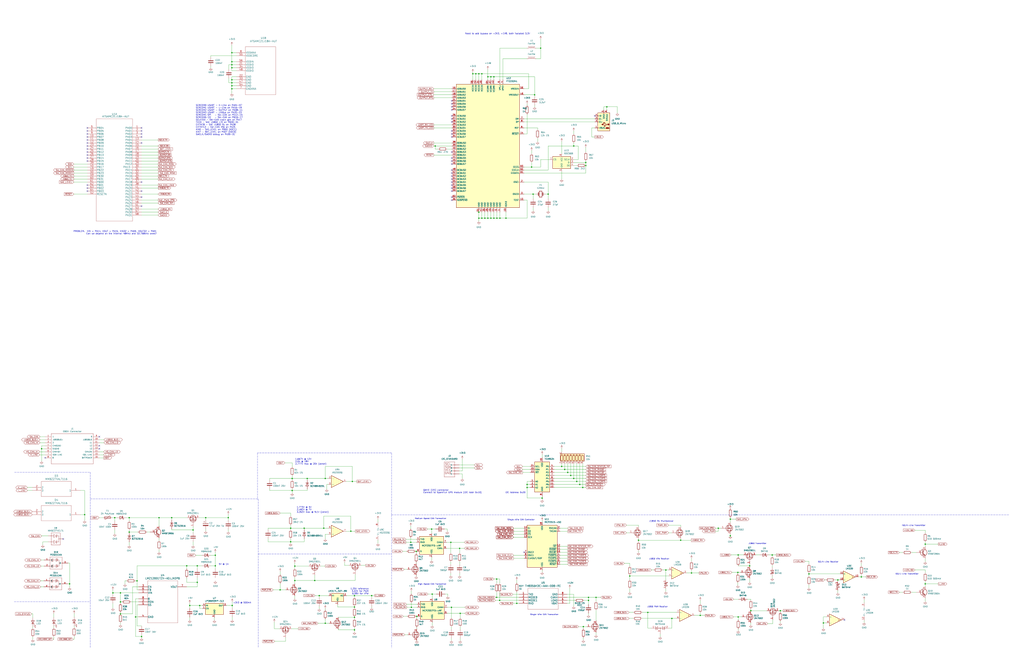
<source format=kicad_sch>
(kicad_sch (version 20211123) (generator eeschema)
  (paper "D")
  (junction (at 414.02 64.77))
  (junction (at 173.482 436.88))
  (junction (at 408.94 184.15))
  (junction (at 538.48 455.93))
  (junction (at 367.03 123.19))
  (junction (at 403.86 179.07))
  (junction (at 615.95 452.12))
  (junction (at 478.79 398.78))
  (junction (at 462.28 163.83))
  (junction (at 298.958 531.622))
  (junction (at 502.666 504.19))
  (junction (at 566.674 521.97))
  (junction (at 418.846 504.19))
  (junction (at 511.81 90.17))
  (junction (at 269.24 502.666))
  (junction (at 694.436 525.78))
  (junction (at 476.25 396.24))
  (junction (at 496.316 504.19))
  (junction (at 195.58 44.45))
  (junction (at 387.604 462.788))
  (junction (at 546.354 516.89))
  (junction (at 297.18 406.4))
  (junction (at 119.38 537.21))
  (junction (at 488.95 408.94))
  (junction (at 483.87 123.19))
  (junction (at 411.48 64.77))
  (junction (at 101.6 518.16))
  (junction (at 403.86 184.15))
  (junction (at 583.184 483.616))
  (junction (at 96.774 436.88))
  (junction (at 364.49 501.396))
  (junction (at 363.982 446.532))
  (junction (at 101.6 508))
  (junction (at 71.374 434.34))
  (junction (at 401.32 62.23))
  (junction (at 726.44 486.918))
  (junction (at 114.3 520.7))
  (junction (at 181.61 468.63))
  (junction (at 455.93 40.64))
  (junction (at 706.628 489.458))
  (junction (at 403.86 62.23))
  (junction (at 486.41 406.4))
  (junction (at 561.594 481.076))
  (junction (at 496.316 506.73))
  (junction (at 195.58 57.15))
  (junction (at 380.746 512.572))
  (junction (at 192.532 436.88))
  (junction (at 195.834 511.048))
  (junction (at 346.964 512.572))
  (junction (at 351.536 520.192))
  (junction (at 246.38 403.86))
  (junction (at 115.57 490.22))
  (junction (at 256.54 445.77))
  (junction (at 457.2 420.37))
  (junction (at 658.114 515.366))
  (junction (at 473.71 393.7))
  (junction (at 483.87 403.86))
  (junction (at 682.244 484.378))
  (junction (at 195.58 54.61))
  (junction (at 380.238 457.708))
  (junction (at 181.61 477.52))
  (junction (at 622.3 483.108))
  (junction (at 166.37 491.49))
  (junction (at 444.5 411.48))
  (junction (at 406.4 184.15))
  (junction (at 259.08 403.86))
  (junction (at 298.958 520.954))
  (junction (at 168.402 511.048))
  (junction (at 615.95 438.15))
  (junction (at 421.64 184.15))
  (junction (at 346.456 457.708))
  (junction (at 419.1 184.15))
  (junction (at 313.436 502.666))
  (junction (at 295.91 448.31))
  (junction (at 421.386 506.73))
  (junction (at 157.48 477.52))
  (junction (at 444.5 408.94))
  (junction (at 388.112 517.652))
  (junction (at 414.02 184.15))
  (junction (at 450.85 80.01))
  (junction (at 491.998 528.828))
  (junction (at 426.72 184.15))
  (junction (at 162.814 447.294))
  (junction (at 780.288 492.76))
  (junction (at 622.554 520.7))
  (junction (at 58.674 492.76))
  (junction (at 101.6 500.38))
  (junction (at 236.22 497.84))
  (junction (at 195.58 52.07))
  (junction (at 491.49 411.48))
  (junction (at 494.03 137.16))
  (junction (at 195.58 74.93))
  (junction (at 416.56 64.77))
  (junction (at 108.966 436.88))
  (junction (at 435.864 509.27))
  (junction (at 633.222 515.366))
  (junction (at 195.58 67.31))
  (junction (at 351.028 465.328))
  (junction (at 416.56 184.15))
  (junction (at 418.846 488.696))
  (junction (at 265.43 489.966))
  (junction (at 144.78 436.88))
  (junction (at 780.288 459.232))
  (junction (at 35.052 378.714))
  (junction (at 134.112 436.88))
  (junction (at 166.37 477.52))
  (junction (at 448.31 140.97))
  (junction (at 274.32 526.034))
  (junction (at 574.04 455.93))
  (junction (at 95.25 500.38))
  (junction (at 274.32 403.86))
  (junction (at 605.79 445.77))
  (junction (at 481.33 401.32))
  (junction (at 531.114 486.156))
  (junction (at 398.78 62.23))
  (junction (at 449.58 163.83))
  (junction (at 160.02 511.048))
  (junction (at 195.58 72.39))
  (junction (at 406.4 62.23))
  (junction (at 246.38 414.02))
  (junction (at 651.256 468.376))
  (junction (at 108.966 449.072))
  (junction (at 622.554 468.376))
  (junction (at 248.666 477.774))
  (junction (at 195.58 69.85))
  (junction (at 298.958 502.666))
  (junction (at 245.11 457.2))
  (junction (at 273.05 445.77))
  (junction (at 245.11 445.77))
  (junction (at 494.03 139.7))
  (junction (at 590.55 519.43))
  (junction (at 632.206 477.52))
  (junction (at 411.48 184.15))
  (junction (at 298.958 512.318))
  (junction (at 248.666 489.966))
  (no_connect (at 119.38 113.03))
  (no_connect (at 83.82 368.554))
  (no_connect (at 73.66 107.95))
  (no_connect (at 381 148.59))
  (no_connect (at 73.66 125.73))
  (no_connect (at 119.38 115.57))
  (no_connect (at 73.66 123.19))
  (no_connect (at 119.38 173.99))
  (no_connect (at 381 113.03))
  (no_connect (at 381 100.33))
  (no_connect (at 119.38 153.67))
  (no_connect (at 381 85.09))
  (no_connect (at 73.66 158.75))
  (no_connect (at 381 156.21))
  (no_connect (at 73.66 115.57))
  (no_connect (at 381 161.29))
  (no_connect (at 73.66 133.35))
  (no_connect (at 38.1 386.334))
  (no_connect (at 381 110.49))
  (no_connect (at 73.66 156.21))
  (no_connect (at 73.66 135.89))
  (no_connect (at 381 87.63))
  (no_connect (at 381 92.71))
  (no_connect (at 501.65 97.79))
  (no_connect (at 381 128.27))
  (no_connect (at 381 97.79))
  (no_connect (at 381 166.37))
  (no_connect (at 381 158.75))
  (no_connect (at 119.38 107.95))
  (no_connect (at 381 143.51))
  (no_connect (at 83.82 378.714))
  (no_connect (at 119.38 120.65))
  (no_connect (at 381 135.89))
  (no_connect (at 441.96 466.09))
  (no_connect (at 381 138.43))
  (no_connect (at 73.66 113.03))
  (no_connect (at 119.38 166.37))
  (no_connect (at 119.38 161.29))
  (no_connect (at 381 102.87))
  (no_connect (at 381 153.67))
  (no_connect (at 381 115.57))
  (no_connect (at 73.66 118.11))
  (no_connect (at 381 151.13))
  (no_connect (at 381 146.05))
  (no_connect (at 53.34 454.914))
  (no_connect (at 73.66 110.49))
  (no_connect (at 381 90.17))
  (no_connect (at 83.82 376.174))
  (no_connect (at 73.66 120.65))
  (no_connect (at 119.38 110.49))
  (no_connect (at 381 133.35))
  (no_connect (at 73.66 130.81))
  (no_connect (at 381 168.91))
  (no_connect (at 712.216 523.24))
  (no_connect (at 73.66 128.27))
  (no_connect (at 73.66 161.29))
  (wire (pts (xy 62.484 517.906) (xy 62.484 520.7)))
  (wire (pts (xy 549.148 530.098) (xy 546.354 530.098)))
  (wire (pts (xy 651.256 468.376) (xy 654.558 468.376)))
  (wire (pts (xy 387.604 462.788) (xy 391.668 462.788)))
  (wire (pts (xy 248.666 489.966) (xy 248.666 492.76)))
  (wire (pts (xy 694.436 530.098) (xy 694.436 525.78)))
  (wire (pts (xy 346.456 443.992) (xy 346.456 446.278)))
  (wire (pts (xy 167.894 436.88) (xy 173.482 436.88)))
  (wire (pts (xy 195.834 511.048) (xy 195.834 513.08)))
  (wire (pts (xy 87.63 371.094) (xy 83.82 371.094)))
  (wire (pts (xy 115.57 510.54) (xy 116.84 510.54)))
  (wire (pts (xy 87.63 373.634) (xy 83.82 373.634)))
  (wire (pts (xy 388.112 538.734) (xy 388.112 540.512)))
  (wire (pts (xy 119.38 140.97) (xy 133.35 140.97)))
  (wire (pts (xy 168.402 513.588) (xy 168.402 511.048)))
  (wire (pts (xy 240.792 541.274) (xy 240.792 538.226)))
  (wire (pts (xy 496.316 506.73) (xy 496.316 504.19)))
  (wire (pts (xy 457.2 419.1) (xy 457.2 420.37)))
  (wire (pts (xy 435.864 509.27) (xy 437.642 509.27)))
  (wire (pts (xy 369.57 125.73) (xy 367.03 125.73)))
  (wire (pts (xy 421.64 40.64) (xy 421.64 67.31)))
  (wire (pts (xy 193.04 66.04) (xy 193.04 69.85)))
  (wire (pts (xy 36.068 457.454) (xy 40.64 457.454)))
  (wire (pts (xy 106.172 436.88) (xy 108.966 436.88)))
  (wire (pts (xy 119.38 537.21) (xy 119.38 538.48)))
  (wire (pts (xy 34.544 477.774) (xy 37.084 477.774)))
  (wire (pts (xy 275.59 412.75) (xy 275.59 408.94)))
  (wire (pts (xy 285.242 531.622) (xy 298.958 531.622)))
  (wire (pts (xy 450.85 88.9) (xy 450.85 90.17)))
  (wire (pts (xy 530.606 516.89) (xy 534.162 516.89)))
  (wire (pts (xy 622.554 468.376) (xy 627.126 468.376)))
  (wire (pts (xy 387.35 397.51) (xy 389.89 397.51)))
  (wire (pts (xy 780.288 473.964) (xy 780.288 471.424)))
  (wire (pts (xy 115.57 477.52) (xy 115.57 490.22)))
  (wire (pts (xy 546.354 516.89) (xy 541.782 516.89)))
  (wire (pts (xy 298.958 520.954) (xy 298.958 522.224)))
  (wire (pts (xy 96.774 450.342) (xy 96.774 447.294)))
  (wire (pts (xy 351.536 540.766) (xy 351.536 540.512)))
  (wire (pts (xy 417.83 506.73) (xy 421.386 506.73)))
  (wire (pts (xy 448.31 140.97) (xy 455.93 140.97)))
  (wire (pts (xy 467.36 403.86) (xy 483.87 403.86)))
  (wire (pts (xy 246.38 414.02) (xy 259.08 414.02)))
  (wire (pts (xy 248.666 475.234) (xy 248.666 477.774)))
  (wire (pts (xy 494.03 139.7) (xy 494.03 146.05)))
  (wire (pts (xy 157.48 477.52) (xy 157.48 480.06)))
  (wire (pts (xy 342.9 512.572) (xy 346.964 512.572)))
  (wire (pts (xy 633.222 515.366) (xy 633.222 514.096)))
  (wire (pts (xy 758.444 499.872) (xy 761.238 499.872)))
  (wire (pts (xy 483.87 123.19) (xy 487.68 123.19)))
  (wire (pts (xy 421.386 506.73) (xy 437.642 506.73)))
  (wire (pts (xy 119.38 176.53) (xy 133.35 176.53)))
  (wire (pts (xy 245.11 445.77) (xy 245.11 447.04)))
  (wire (pts (xy 108.966 436.88) (xy 108.966 439.674)))
  (wire (pts (xy 245.11 454.66) (xy 245.11 457.2)))
  (wire (pts (xy 376.682 457.708) (xy 380.238 457.708)))
  (wire (pts (xy 35.052 378.714) (xy 35.052 376.174)))
  (wire (pts (xy 95.25 497.84) (xy 95.25 500.38)))
  (wire (pts (xy 87.376 383.794) (xy 83.82 383.794)))
  (wire (pts (xy 170.688 513.588) (xy 168.402 513.588)))
  (wire (pts (xy 160.02 513.334) (xy 160.02 511.048)))
  (wire (pts (xy 226.06 447.04) (xy 226.06 445.77)))
  (wire (pts (xy 166.37 480.06) (xy 166.37 477.52)))
  (wire (pts (xy 467.36 408.94) (xy 488.95 408.94)))
  (wire (pts (xy 292.1 448.31) (xy 295.91 448.31)))
  (wire (pts (xy 488.95 391.16) (xy 488.95 408.94)))
  (wire (pts (xy 421.64 40.64) (xy 444.5 40.64)))
  (wire (pts (xy 195.58 74.93) (xy 195.58 72.39)))
  (wire (pts (xy 780.288 492.76) (xy 780.288 494.792)))
  (wire (pts (xy 502.666 504.19) (xy 506.73 504.19)))
  (wire (pts (xy 448.31 127) (xy 448.31 129.54)))
  (wire (pts (xy 444.5 184.15) (xy 444.5 168.91)))
  (wire (pts (xy 177.8 46.99) (xy 177.8 48.26)))
  (wire (pts (xy 570.484 521.97) (xy 566.674 521.97)))
  (wire (pts (xy 622.3 483.108) (xy 624.586 483.108)))
  (wire (pts (xy 426.72 184.15) (xy 421.64 184.15)))
  (wire (pts (xy 101.6 500.38) (xy 101.6 508)))
  (wire (pts (xy 473.71 393.7) (xy 494.03 393.7)))
  (wire (pts (xy 38.1 378.714) (xy 35.052 378.714)))
  (wire (pts (xy 472.44 471.17) (xy 478.79 471.17)))
  (wire (pts (xy 791.21 492.76) (xy 780.288 492.76)))
  (wire (pts (xy 351.536 520.192) (xy 351.79 520.192)))
  (wire (pts (xy 444.5 87.63) (xy 444.5 88.9)))
  (wire (pts (xy 411.48 58.42) (xy 411.48 64.77)))
  (wire (pts (xy 441.96 80.01) (xy 450.85 80.01)))
  (wire (pts (xy 462.28 143.51) (xy 462.28 123.19)))
  (wire (pts (xy 473.71 144.78) (xy 473.71 151.13)))
  (wire (pts (xy 193.04 54.61) (xy 195.58 54.61)))
  (wire (pts (xy 678.942 473.71) (xy 682.244 473.71)))
  (wire (pts (xy 531.114 486.156) (xy 531.114 485.394)))
  (wire (pts (xy 351.028 465.328) (xy 350.52 465.328)))
  (wire (pts (xy 245.11 457.2) (xy 245.11 458.47)))
  (wire (pts (xy 538.48 443.23) (xy 538.48 444.5)))
  (wire (pts (xy 377.19 125.73) (xy 381 125.73)))
  (wire (pts (xy 177.8 55.88) (xy 177.8 57.15)))
  (wire (pts (xy 401.32 62.23) (xy 398.78 62.23)))
  (wire (pts (xy 360.934 501.396) (xy 364.49 501.396)))
  (wire (pts (xy 462.28 163.83) (xy 462.28 153.67)))
  (wire (pts (xy 226.06 454.66) (xy 226.06 457.2)))
  (wire (pts (xy 111.76 495.3) (xy 111.76 518.16)))
  (wire (pts (xy 260.35 477.774) (xy 248.666 477.774)))
  (wire (pts (xy 259.08 414.02) (xy 259.08 412.75)))
  (wire (pts (xy 160.02 523.24) (xy 160.02 520.954)))
  (wire (pts (xy 157.48 487.68) (xy 157.48 491.49)))
  (wire (pts (xy 119.38 181.61) (xy 133.35 181.61)))
  (wire (pts (xy 192.532 446.786) (xy 192.532 448.564)))
  (wire (pts (xy 62.484 539.496) (xy 62.484 537.21)))
  (wire (pts (xy 473.71 391.16) (xy 473.71 393.7)))
  (wire (pts (xy 342.9 510.032) (xy 351.79 510.032)))
  (wire (pts (xy 472.44 473.71) (xy 478.79 473.71)))
  (wire (pts (xy 472.44 448.31) (xy 478.79 448.31)))
  (wire (pts (xy 195.58 57.15) (xy 199.39 57.15)))
  (wire (pts (xy 590.55 517.144) (xy 590.55 519.43)))
  (wire (pts (xy 441.96 102.87) (xy 501.65 102.87)))
  (wire (pts (xy 401.32 67.31) (xy 401.32 62.23)))
  (wire (pts (xy 95.25 500.38) (xy 101.6 500.38)))
  (wire (pts (xy 195.58 64.77) (xy 199.39 64.77)))
  (wire (pts (xy 496.316 504.19) (xy 502.666 504.19)))
  (wire (pts (xy 433.07 445.77) (xy 441.96 445.77)))
  (wire (pts (xy 419.1 179.07) (xy 419.1 184.15)))
  (wire (pts (xy 511.81 90.17) (xy 511.81 92.71)))
  (wire (pts (xy 245.11 445.77) (xy 256.54 445.77)))
  (wire (pts (xy 346.456 457.708) (xy 351.282 457.708)))
  (wire (pts (xy 444.5 406.4) (xy 444.5 408.94)))
  (wire (pts (xy 467.36 406.4) (xy 486.41 406.4)))
  (wire (pts (xy 726.44 485.14) (xy 726.44 486.918)))
  (wire (pts (xy 387.35 392.43) (xy 400.05 392.43)))
  (wire (pts (xy 389.89 397.51) (xy 389.89 387.35)))
  (wire (pts (xy 483.87 391.16) (xy 483.87 403.86)))
  (wire (pts (xy 101.6 508) (xy 102.87 508)))
  (wire (pts (xy 440.69 393.7) (xy 447.04 393.7)))
  (wire (pts (xy 780.288 447.548) (xy 780.288 449.834)))
  (wire (pts (xy 38.1 381.254) (xy 33.528 381.254)))
  (wire (pts (xy 574.04 455.93) (xy 582.93 455.93)))
  (wire (pts (xy 62.23 146.05) (xy 73.66 146.05)))
  (polyline (pts (xy 217.17 382.27) (xy 217.17 421.64)))
  (wire (pts (xy 108.966 436.88) (xy 134.112 436.88)))
  (wire (pts (xy 563.88 486.156) (xy 531.114 486.156)))
  (wire (pts (xy 622.3 493.776) (xy 622.3 491.744)))
  (wire (pts (xy 780.288 490.982) (xy 780.288 492.76)))
  (wire (pts (xy 166.37 477.52) (xy 157.48 477.52)))
  (wire (pts (xy 380.746 521.462) (xy 380.746 512.572)))
  (wire (pts (xy 346.456 453.898) (xy 346.456 457.708)))
  (wire (pts (xy 472.44 445.77) (xy 478.79 445.77)))
  (wire (pts (xy 298.958 512.318) (xy 298.958 513.08)))
  (wire (pts (xy 441.96 113.03) (xy 444.5 113.03)))
  (wire (pts (xy 230.378 497.84) (xy 236.22 497.84)))
  (wire (pts (xy 245.11 457.2) (xy 256.54 457.2)))
  (wire (pts (xy 406.4 62.23) (xy 403.86 62.23)))
  (wire (pts (xy 119.38 148.59) (xy 133.35 148.59)))
  (wire (pts (xy 195.58 57.15) (xy 195.58 59.69)))
  (wire (pts (xy 416.56 184.15) (xy 414.02 184.15)))
  (wire (pts (xy 433.07 468.63) (xy 441.96 468.63)))
  (wire (pts (xy 248.666 489.966) (xy 265.43 489.966)))
  (wire (pts (xy 632.206 477.52) (xy 632.206 478.028)))
  (wire (pts (xy 231.394 530.606) (xy 231.394 525.018)))
  (polyline (pts (xy 330.2 434.34) (xy 330.2 382.27)))
  (wire (pts (xy 791.21 459.232) (xy 780.288 459.232)))
  (wire (pts (xy 380.746 540.512) (xy 380.746 538.734)))
  (wire (pts (xy 195.58 54.61) (xy 199.39 54.61)))
  (wire (pts (xy 615.95 436.88) (xy 615.95 438.15)))
  (wire (pts (xy 360.426 446.532) (xy 363.982 446.532)))
  (wire (pts (xy 603.25 445.77) (xy 605.79 445.77)))
  (wire (pts (xy 245.11 433.07) (xy 245.11 435.61)))
  (wire (pts (xy 71.374 439.166) (xy 71.374 434.34)))
  (wire (pts (xy 491.998 530.606) (xy 491.998 528.828)))
  (wire (pts (xy 162.814 457.2) (xy 162.814 460.248)))
  (wire (pts (xy 195.834 522.986) (xy 195.834 520.7)))
  (wire (pts (xy 646.684 515.366) (xy 633.222 515.366)))
  (wire (pts (xy 195.58 67.31) (xy 199.39 67.31)))
  (wire (pts (xy 340.106 520.192) (xy 343.408 520.192)))
  (wire (pts (xy 195.834 508) (xy 195.834 511.048)))
  (wire (pts (xy 494.03 137.16) (xy 494.03 139.7)))
  (wire (pts (xy 441.96 107.95) (xy 453.39 107.95)))
  (wire (pts (xy 583.184 473.71) (xy 583.184 471.424)))
  (wire (pts (xy 377.19 517.652) (xy 388.112 517.652)))
  (wire (pts (xy 246.38 401.574) (xy 246.38 403.86)))
  (wire (pts (xy 38.1 368.554) (xy 33.782 368.554)))
  (wire (pts (xy 62.23 153.67) (xy 73.66 153.67)))
  (wire (pts (xy 651.764 526.288) (xy 651.764 522.986)))
  (wire (pts (xy 351.028 467.106) (xy 351.028 465.328)))
  (wire (pts (xy 119.38 130.81) (xy 133.35 130.81)))
  (wire (pts (xy 168.402 511.048) (xy 160.02 511.048)))
  (wire (pts (xy 450.85 80.01) (xy 450.85 81.28)))
  (wire (pts (xy 472.44 468.63) (xy 478.79 468.63)))
  (wire (pts (xy 387.604 483.87) (xy 387.604 485.648)))
  (wire (pts (xy 96.774 436.88) (xy 98.552 436.88)))
  (wire (pts (xy 448.31 137.16) (xy 448.31 140.97)))
  (wire (pts (xy 177.8 46.99) (xy 199.39 46.99)))
  (wire (pts (xy 114.3 537.21) (xy 119.38 537.21)))
  (wire (pts (xy 528.32 443.23) (xy 538.48 443.23)))
  (wire (pts (xy 119.38 151.13) (xy 133.35 151.13)))
  (wire (pts (xy 364.49 504.952) (xy 364.49 501.396)))
  (wire (pts (xy 622.554 523.24) (xy 622.554 520.7)))
  (wire (pts (xy 166.37 491.49) (xy 166.37 487.68)))
  (wire (pts (xy 476.25 396.24) (xy 494.03 396.24)))
  (wire (pts (xy 374.904 446.532) (xy 377.19 446.532)))
  (wire (pts (xy 457.2 383.54) (xy 457.2 386.08)))
  (wire (pts (xy 95.25 509.27) (xy 95.25 513.08)))
  (wire (pts (xy 192.532 436.88) (xy 192.532 439.166)))
  (wire (pts (xy 706.628 489.458) (xy 708.66 489.458)))
  (wire (pts (xy 496.316 506.73) (xy 492.506 506.73)))
  (wire (pts (xy 33.528 383.794) (xy 38.1 383.794)))
  (wire (pts (xy 483.87 139.7) (xy 486.41 139.7)))
  (wire (pts (xy 119.38 156.21) (xy 133.35 156.21)))
  (polyline (pts (xy 217.678 421.132) (xy 217.678 546.608)))
  (wire (pts (xy 339.598 465.328) (xy 342.9 465.328)))
  (wire (pts (xy 566.674 521.97) (xy 541.528 521.97)))
  (wire (pts (xy 298.958 520.7) (xy 298.958 520.954)))
  (wire (pts (xy 265.43 489.966) (xy 265.43 485.394)))
  (wire (pts (xy 87.376 381.254) (xy 83.82 381.254)))
  (wire (pts (xy 483.87 403.86) (xy 494.03 403.86)))
  (wire (pts (xy 313.436 502.666) (xy 315.976 502.666)))
  (wire (pts (xy 574.04 443.23) (xy 574.04 444.5)))
  (wire (pts (xy 768.858 499.872) (xy 772.668 499.872)))
  (wire (pts (xy 462.28 153.67) (xy 441.96 153.67)))
  (wire (pts (xy 101.6 525.78) (xy 101.6 527.05)))
  (wire (pts (xy 123.952 449.072) (xy 126.492 449.072)))
  (wire (pts (xy 622.554 520.7) (xy 625.602 520.7)))
  (wire (pts (xy 227.33 403.86) (xy 246.38 403.86)))
  (wire (pts (xy 398.78 60.96) (xy 398.78 62.23)))
  (wire (pts (xy 444.5 411.48) (xy 447.04 411.48)))
  (wire (pts (xy 511.81 90.17) (xy 509.27 90.17)))
  (wire (pts (xy 633.222 527.304) (xy 633.222 525.78)))
  (wire (pts (xy 119.38 143.51) (xy 133.35 143.51)))
  (wire (pts (xy 501.65 107.95) (xy 499.11 107.95)))
  (wire (pts (xy 274.32 393.7) (xy 274.32 403.86)))
  (wire (pts (xy 105.41 490.22) (xy 106.68 490.22)))
  (wire (pts (xy 457.2 439.42) (xy 457.2 440.69)))
  (wire (pts (xy 365.76 82.55) (xy 381 82.55)))
  (wire (pts (xy 603.25 448.31) (xy 605.79 448.31)))
  (wire (pts (xy 37.084 472.694) (xy 34.544 472.694)))
  (polyline (pts (xy 217.678 467.614) (xy 330.2 467.614)))
  (wire (pts (xy 520.7 90.17) (xy 511.81 90.17)))
  (wire (pts (xy 472.44 461.01) (xy 478.79 461.01)))
  (wire (pts (xy 467.36 411.48) (xy 491.49 411.48)))
  (wire (pts (xy 298.958 533.146) (xy 298.958 531.622)))
  (wire (pts (xy 269.24 504.19) (xy 269.24 502.666)))
  (wire (pts (xy 246.38 414.02) (xy 246.38 416.052)))
  (wire (pts (xy 502.666 523.748) (xy 502.666 515.112)))
  (wire (pts (xy 246.38 403.86) (xy 259.08 403.86)))
  (wire (pts (xy 481.33 391.16) (xy 481.33 401.32)))
  (wire (pts (xy 633.222 506.476) (xy 633.222 505.714)))
  (wire (pts (xy 433.07 448.31) (xy 441.96 448.31)))
  (wire (pts (xy 411.48 179.07) (xy 411.48 184.15)))
  (wire (pts (xy 236.22 433.07) (xy 245.11 433.07)))
  (wire (pts (xy 248.666 477.774) (xy 248.666 479.806)))
  (wire (pts (xy 694.436 525.78) (xy 696.976 525.78)))
  (wire (pts (xy 455.93 33.02) (xy 455.93 40.64)))
  (wire (pts (xy 531.114 475.488) (xy 531.114 477.774)))
  (wire (pts (xy 483.87 137.16) (xy 494.03 137.16)))
  (wire (pts (xy 94.488 436.88) (xy 96.774 436.88)))
  (wire (pts (xy 192.532 434.086) (xy 192.532 436.88)))
  (wire (pts (xy 632.206 491.236) (xy 632.206 488.188)))
  (wire (pts (xy 483.87 120.65) (xy 483.87 123.19)))
  (wire (pts (xy 496.316 510.032) (xy 496.316 506.73)))
  (wire (pts (xy 290.576 474.726) (xy 290.576 477.266)))
  (wire (pts (xy 45.466 517.906) (xy 45.466 520.954)))
  (wire (pts (xy 295.91 448.31) (xy 299.72 448.31)))
  (wire (pts (xy 365.76 74.93) (xy 381 74.93)))
  (wire (pts (xy 488.95 408.94) (xy 494.03 408.94)))
  (wire (pts (xy 115.57 490.22) (xy 115.57 497.84)))
  (wire (pts (xy 389.89 400.05) (xy 389.89 403.86)))
  (wire (pts (xy 377.19 446.532) (xy 377.19 448.31)))
  (wire (pts (xy 195.58 74.93) (xy 199.39 74.93)))
  (wire (pts (xy 695.452 489.458) (xy 696.468 489.458)))
  (wire (pts (xy 297.18 406.4) (xy 300.99 406.4)))
  (wire (pts (xy 421.64 184.15) (xy 419.1 184.15)))
  (wire (pts (xy 502.666 507.492) (xy 502.666 504.19)))
  (wire (pts (xy 57.404 475.234) (xy 58.674 475.234)))
  (wire (pts (xy 416.56 67.31) (xy 416.56 64.77)))
  (wire (pts (xy 365.76 80.01) (xy 381 80.01)))
  (wire (pts (xy 414.02 179.07) (xy 414.02 184.15)))
  (wire (pts (xy 416.56 179.07) (xy 416.56 184.15)))
  (wire (pts (xy 780.288 457.454) (xy 780.288 459.232)))
  (wire (pts (xy 304.546 477.266) (xy 308.356 477.266)))
  (wire (pts (xy 23.114 414.02) (xy 27.178 414.02)))
  (wire (pts (xy 682.244 493.776) (xy 682.244 496.062)))
  (wire (pts (xy 265.684 502.666) (xy 269.24 502.666)))
  (wire (pts (xy 414.02 184.15) (xy 411.48 184.15)))
  (wire (pts (xy 656.844 515.366) (xy 658.114 515.366)))
  (wire (pts (xy 472.44 466.09) (xy 478.79 466.09)))
  (wire (pts (xy 424.18 49.53) (xy 444.5 49.53)))
  (wire (pts (xy 509.27 90.17) (xy 509.27 92.71)))
  (wire (pts (xy 426.72 184.15) (xy 444.5 184.15)))
  (wire (pts (xy 421.64 179.07) (xy 421.64 184.15)))
  (wire (pts (xy 528.32 449.58) (xy 530.86 449.58)))
  (wire (pts (xy 245.872 530.606) (xy 251.714 530.606)))
  (wire (pts (xy 27.686 539.496) (xy 27.686 537.718)))
  (wire (pts (xy 462.28 123.19) (xy 483.87 123.19)))
  (wire (pts (xy 445.77 62.23) (xy 445.77 74.93)))
  (wire (pts (xy 435.864 489.712) (xy 435.864 491.998)))
  (wire (pts (xy 487.68 123.19) (xy 487.68 134.62)))
  (wire (pts (xy 486.41 406.4) (xy 494.03 406.4)))
  (wire (pts (xy 295.91 448.31) (xy 295.91 435.61)))
  (wire (pts (xy 363.982 472.948) (xy 363.982 470.408)))
  (wire (pts (xy 227.33 412.75) (xy 227.33 414.02)))
  (wire (pts (xy 651.256 486.41) (xy 651.256 487.68)))
  (wire (pts (xy 274.32 522.478) (xy 274.32 526.034)))
  (wire (pts (xy 633.222 515.62) (xy 633.222 515.366)))
  (wire (pts (xy 292.354 502.666) (xy 298.958 502.666)))
  (wire (pts (xy 424.18 49.53) (xy 424.18 67.31)))
  (wire (pts (xy 651.256 469.646) (xy 651.256 468.376)))
  (wire (pts (xy 96.774 439.674) (xy 96.774 436.88)))
  (wire (pts (xy 273.05 445.77) (xy 276.86 445.77)))
  (wire (pts (xy 520.7 95.25) (xy 520.7 90.17)))
  (wire (pts (xy 617.22 483.108) (xy 622.3 483.108)))
  (wire (pts (xy 418.846 499.872) (xy 418.846 504.19)))
  (wire (pts (xy 236.22 497.84) (xy 241.046 497.84)))
  (wire (pts (xy 682.244 483.616) (xy 682.244 484.378)))
  (wire (pts (xy 546.354 530.098) (xy 546.354 516.89)))
  (wire (pts (xy 114.3 520.7) (xy 114.3 537.21)))
  (wire (pts (xy 195.58 52.07) (xy 195.58 54.61)))
  (wire (pts (xy 441.96 146.05) (xy 494.03 146.05)))
  (wire (pts (xy 181.61 466.09) (xy 181.61 468.63)))
  (wire (pts (xy 245.11 443.23) (xy 245.11 445.77)))
  (wire (pts (xy 227.33 414.02) (xy 246.38 414.02)))
  (wire (pts (xy 380.746 531.114) (xy 380.746 529.082)))
  (wire (pts (xy 618.49 520.7) (xy 622.554 520.7)))
  (wire (pts (xy 615.95 452.12) (xy 615.95 453.39)))
  (wire (pts (xy 231.394 530.606) (xy 235.712 530.606)))
  (wire (pts (xy 114.3 505.46) (xy 114.3 520.7)))
  (wire (pts (xy 403.86 184.15) (xy 403.86 179.07)))
  (wire (pts (xy 457.2 481.33) (xy 457.2 482.6)))
  (wire (pts (xy 563.88 443.23) (xy 574.04 443.23)))
  (wire (pts (xy 530.606 521.97) (xy 533.908 521.97)))
  (wire (pts (xy 58.674 495.808) (xy 58.674 492.76)))
  (wire (pts (xy 408.94 179.07) (xy 408.94 184.15)))
  (wire (pts (xy 34.29 495.3) (xy 36.83 495.3)))
  (wire (pts (xy 478.282 504.19) (xy 496.316 504.19)))
  (polyline (pts (xy 330.2 434.594) (xy 330.2 546.862)))
  (wire (pts (xy 419.1 184.15) (xy 416.56 184.15)))
  (wire (pts (xy 387.604 476.25) (xy 387.604 474.218)))
  (wire (pts (xy 195.58 54.61) (xy 195.58 57.15)))
  (wire (pts (xy 579.12 483.616) (xy 583.184 483.616)))
  (wire (pts (xy 297.18 393.7) (xy 274.32 393.7)))
  (wire (pts (xy 119.38 179.07) (xy 133.35 179.07)))
  (wire (pts (xy 615.95 438.15) (xy 615.95 440.69)))
  (wire (pts (xy 637.286 468.376) (xy 640.842 468.376)))
  (wire (pts (xy 351.536 529.59) (xy 351.536 530.606)))
  (wire (pts (xy 35.052 376.174) (xy 38.1 376.174)))
  (wire (pts (xy 426.72 179.07) (xy 426.72 184.15)))
  (wire (pts (xy 105.41 492.76) (xy 105.41 490.22)))
  (wire (pts (xy 116.332 449.072) (xy 108.966 449.072)))
  (wire (pts (xy 561.594 481.076) (xy 563.88 481.076)))
  (wire (pts (xy 483.87 110.49) (xy 483.87 113.03)))
  (wire (pts (xy 227.33 405.13) (xy 227.33 403.86)))
  (wire (pts (xy 173.482 436.88) (xy 192.532 436.88)))
  (wire (pts (xy 481.33 401.32) (xy 494.03 401.32)))
  (wire (pts (xy 502.666 535.686) (xy 502.666 533.908)))
  (wire (pts (xy 467.36 401.32) (xy 481.33 401.32)))
  (wire (pts (xy 144.78 447.294) (xy 162.814 447.294)))
  (wire (pts (xy 486.41 391.16) (xy 486.41 406.4)))
  (wire (pts (xy 564.388 530.098) (xy 566.674 530.098)))
  (wire (pts (xy 226.06 457.2) (xy 245.11 457.2)))
  (wire (pts (xy 157.734 436.88) (xy 144.78 436.88)))
  (wire (pts (xy 173.482 436.88) (xy 173.482 438.912)))
  (polyline (pts (xy 76.2 398.526) (xy 76.2 546.608)))
  (wire (pts (xy 706.628 498.348) (xy 706.628 500.126)))
  (wire (pts (xy 119.38 163.83) (xy 133.35 163.83)))
  (wire (pts (xy 558.8 481.076) (xy 561.594 481.076)))
  (wire (pts (xy 101.6 508) (xy 101.6 509.27)))
  (wire (pts (xy 181.61 468.63) (xy 181.61 477.52)))
  (wire (pts (xy 166.37 477.52) (xy 170.18 477.52)))
  (wire (pts (xy 449.58 163.83) (xy 449.58 167.64)))
  (wire (pts (xy 195.58 78.74) (xy 195.58 74.93)))
  (wire (pts (xy 108.966 449.072) (xy 108.966 449.834)))
  (wire (pts (xy 274.32 454.66) (xy 274.32 450.85)))
  (wire (pts (xy 119.38 171.45) (xy 133.35 171.45)))
  (wire (pts (xy 45.466 539.496) (xy 45.466 537.464)))
  (wire (pts (xy 274.32 403.86) (xy 276.86 403.86)))
  (wire (pts (xy 269.24 513.588) (xy 269.24 511.81)))
  (wire (pts (xy 780.288 459.232) (xy 780.288 461.264)))
  (wire (pts (xy 487.68 134.62) (xy 483.87 134.62)))
  (wire (pts (xy 457.2 420.37) (xy 457.2 421.64)))
  (wire (pts (xy 561.594 489.458) (xy 561.594 481.076)))
  (wire (pts (xy 111.76 518.16) (xy 101.6 518.16)))
  (wire (pts (xy 346.964 498.856) (xy 346.964 501.142)))
  (wire (pts (xy 398.78 62.23) (xy 398.78 67.31)))
  (wire (pts (xy 455.93 40.64) (xy 452.12 40.64)))
  (wire (pts (xy 387.35 400.05) (xy 389.89 400.05)))
  (wire (pts (xy 62.23 140.97) (xy 73.66 140.97)))
  (wire (pts (xy 445.77 74.93) (xy 441.96 74.93)))
  (wire (pts (xy 144.78 436.88) (xy 134.112 436.88)))
  (wire (pts (xy 38.1 373.634) (xy 33.782 373.634)))
  (wire (pts (xy 27.686 518.16) (xy 27.686 521.208)))
  (wire (pts (xy 195.58 59.69) (xy 199.39 59.69)))
  (wire (pts (xy 346.964 512.572) (xy 351.79 512.572)))
  (wire (pts (xy 403.86 67.31) (xy 403.86 62.23)))
  (wire (pts (xy 62.484 529.59) (xy 62.484 528.32)))
  (wire (pts (xy 298.958 504.19) (xy 298.958 502.666)))
  (wire (pts (xy 444.5 420.37) (xy 457.2 420.37)))
  (wire (pts (xy 342.392 455.168) (xy 351.282 455.168)))
  (wire (pts (xy 590.55 509.524) (xy 590.55 506.73)))
  (wire (pts (xy 441.96 100.33) (xy 501.65 100.33)))
  (wire (pts (xy 195.58 38.1) (xy 195.58 44.45)))
  (wire (pts (xy 433.07 450.85) (xy 441.96 450.85)))
  (wire (pts (xy 467.36 396.24) (xy 476.25 396.24)))
  (wire (pts (xy 162.814 447.294) (xy 162.814 449.58)))
  (wire (pts (xy 275.59 408.94) (xy 276.86 408.94)))
  (wire (pts (xy 108.966 447.294) (xy 108.966 449.072)))
  (wire (pts (xy 119.38 158.75) (xy 133.35 158.75)))
  (wire (pts (xy 476.25 391.16) (xy 476.25 396.24)))
  (wire (pts (xy 246.38 390.652) (xy 246.38 393.954)))
  (wire (pts (xy 728.726 508.508) (xy 728.726 506.222)))
  (polyline (pts (xy 12.192 398.526) (xy 76.2 398.526)))
  (wire (pts (xy 26.67 518.16) (xy 27.686 518.16)))
  (wire (pts (xy 467.36 393.7) (xy 473.71 393.7)))
  (wire (pts (xy 157.48 491.49) (xy 166.37 491.49)))
  (wire (pts (xy 441.96 163.83) (xy 449.58 163.83)))
  (wire (pts (xy 406.4 67.31) (xy 406.4 62.23)))
  (wire (pts (xy 622.554 530.86) (xy 622.554 532.13)))
  (wire (pts (xy 416.56 488.696) (xy 418.846 488.696)))
  (wire (pts (xy 341.376 535.686) (xy 343.916 535.686)))
  (wire (pts (xy 538.48 455.93) (xy 538.48 457.2)))
  (wire (pts (xy 27.178 411.48) (xy 23.114 411.48)))
  (wire (pts (xy 467.36 398.78) (xy 478.79 398.78)))
  (wire (pts (xy 648.462 468.376) (xy 651.256 468.376)))
  (wire (pts (xy 380.746 512.572) (xy 392.176 512.572)))
  (wire (pts (xy 36.068 459.74) (xy 36.068 457.454)))
  (wire (pts (xy 723.9 486.918) (xy 726.44 486.918)))
  (wire (pts (xy 119.38 133.35) (xy 133.35 133.35)))
  (wire (pts (xy 115.57 497.84) (xy 116.84 497.84)))
  (wire (pts (xy 455.93 40.64) (xy 455.93 49.53)))
  (wire (pts (xy 256.54 445.77) (xy 273.05 445.77)))
  (wire (pts (xy 406.4 179.07) (xy 406.4 184.15)))
  (wire (pts (xy 177.8 468.63) (xy 181.61 468.63)))
  (wire (pts (xy 622.554 469.9) (xy 622.554 468.376)))
  (wire (pts (xy 449.58 175.26) (xy 449.58 177.8)))
  (wire (pts (xy 478.282 506.73) (xy 484.886 506.73)))
  (wire (pts (xy 414.02 67.31) (xy 414.02 64.77)))
  (wire (pts (xy 195.58 44.45) (xy 195.58 52.07)))
  (wire (pts (xy 444.5 408.94) (xy 447.04 408.94)))
  (wire (pts (xy 36.83 490.22) (xy 34.29 490.22)))
  (wire (pts (xy 499.11 115.57) (xy 501.65 115.57)))
  (wire (pts (xy 444.5 408.94) (xy 444.5 411.48)))
  (wire (pts (xy 195.58 52.07) (xy 199.39 52.07)))
  (wire (pts (xy 408.94 184.15) (xy 406.4 184.15)))
  (wire (pts (xy 388.112 517.652) (xy 392.176 517.652)))
  (wire (pts (xy 630.428 505.714) (xy 633.222 505.714)))
  (wire (pts (xy 71.374 434.34) (xy 71.374 414.02)))
  (wire (pts (xy 605.79 445.77) (xy 608.33 445.77)))
  (wire (pts (xy 726.44 477.52) (xy 726.44 475.488)))
  (wire (pts (xy 780.288 507.492) (xy 780.288 504.952)))
  (wire (pts (xy 473.71 119.38) (xy 473.71 129.54)))
  (wire (pts (xy 728.726 525.272) (xy 728.726 523.748)))
  (wire (pts (xy 313.436 512.826) (xy 313.436 511.81)))
  (wire (pts (xy 298.958 531.622) (xy 298.958 529.844)))
  (wire (pts (xy 265.43 489.966) (xy 299.466 489.966)))
  (wire (pts (xy 35.052 452.374) (xy 40.64 452.374)))
  (wire (pts (xy 365.76 77.47) (xy 381 77.47)))
  (wire (pts (xy 83.566 436.88) (xy 86.868 436.88)))
  (wire (pts (xy 236.22 492.506) (xy 236.22 497.84)))
  (wire (pts (xy 387.604 466.598) (xy 387.604 462.788)))
  (wire (pts (xy 269.24 502.666) (xy 277.114 502.666)))
  (wire (pts (xy 364.49 527.812) (xy 364.49 525.272)))
  (wire (pts (xy 313.436 502.666) (xy 313.436 504.19)))
  (wire (pts (xy 119.38 128.27) (xy 133.35 128.27)))
  (wire (pts (xy 342.392 457.708) (xy 346.456 457.708)))
  (wire (pts (xy 367.03 123.19) (xy 381 123.19)))
  (wire (pts (xy 134.112 436.88) (xy 134.112 443.992)))
  (wire (pts (xy 295.91 435.61) (xy 273.05 435.61)))
  (wire (pts (xy 62.23 143.51) (xy 73.66 143.51)))
  (wire (pts (xy 647.446 526.288) (xy 651.764 526.288)))
  (wire (pts (xy 706.628 490.728) (xy 706.628 489.458)))
  (wire (pts (xy 45.466 529.844) (xy 45.466 528.574)))
  (wire (pts (xy 351.536 521.97) (xy 351.536 520.192)))
  (wire (pts (xy 694.436 520.7) (xy 696.976 520.7)))
  (wire (pts (xy 771.652 447.548) (xy 780.288 447.548)))
  (wire (pts (xy 71.374 434.34) (xy 67.818 434.34)))
  (wire (pts (xy 119.38 125.73) (xy 133.35 125.73)))
  (wire (pts (xy 444.5 96.52) (xy 444.5 113.03)))
  (wire (pts (xy 110.49 508) (xy 116.84 508)))
  (wire (pts (xy 157.48 495.3) (xy 166.37 495.3)))
  (wire (pts (xy 459.74 163.83) (xy 462.28 163.83)))
  (wire (pts (xy 491.49 391.16) (xy 491.49 411.48)))
  (wire (pts (xy 144.78 436.88) (xy 144.78 438.912)))
  (wire (pts (xy 364.49 501.396) (xy 367.792 501.396)))
  (wire (pts (xy 491.49 411.48) (xy 494.03 411.48)))
  (wire (pts (xy 160.02 511.048) (xy 160.02 509.016)))
  (wire (pts (xy 177.8 477.52) (xy 181.61 477.52)))
  (wire (pts (xy 444.5 168.91) (xy 441.96 168.91)))
  (wire (pts (xy 297.18 406.4) (xy 297.18 393.7)))
  (wire (pts (xy 455.93 134.62) (xy 463.55 134.62)))
  (wire (pts (xy 590.55 519.43) (xy 585.724 519.43)))
  (wire (pts (xy 594.614 519.43) (xy 590.55 519.43)))
  (wire (pts (xy 195.58 69.85) (xy 199.39 69.85)))
  (wire (pts (xy 658.114 515.366) (xy 660.4 515.366)))
  (wire (pts (xy 433.07 471.17) (xy 441.96 471.17)))
  (wire (pts (xy 453.39 107.95) (xy 453.39 109.22)))
  (wire (pts (xy 166.37 495.3) (xy 166.37 491.49)))
  (wire (pts (xy 418.846 492.252) (xy 418.846 488.696)))
  (wire (pts (xy 274.32 526.034) (xy 277.622 526.034)))
  (wire (pts (xy 318.77 455.93) (xy 318.77 458.47)))
  (wire (pts (xy 285.242 520.954) (xy 298.958 520.954)))
  (wire (pts (xy 556.768 537.21) (xy 556.768 535.178)))
  (wire (pts (xy 403.86 186.69) (xy 403.86 184.15)))
  (wire (pts (xy 526.542 475.488) (xy 531.114 475.488)))
  (wire (pts (xy 380.238 476.25) (xy 380.238 474.218)))
  (wire (pts (xy 483.87 511.556) (xy 483.87 501.65)))
  (wire (pts (xy 62.23 151.13) (xy 73.66 151.13)))
  (wire (pts (xy 487.934 528.828) (xy 491.998 528.828)))
  (wire (pts (xy 453.39 116.84) (xy 453.39 119.38)))
  (wire (pts (xy 231.648 541.274) (xy 240.792 541.274)))
  (wire (pts (xy 704.088 489.458) (xy 706.628 489.458)))
  (wire (pts (xy 376.682 462.788) (xy 387.604 462.788)))
  (wire (pts (xy 38.1 371.094) (xy 33.782 371.094)))
  (wire (pts (xy 494.03 124.46) (xy 494.03 128.27)))
  (wire (pts (xy 365.76 120.65) (xy 381 120.65)))
  (wire (pts (xy 615.95 450.85) (xy 615.95 452.12)))
  (wire (pts (xy 491.998 538.226) (xy 491.998 540.004)))
  (wire (pts (xy 473.71 378.46) (xy 473.71 381)))
  (wire (pts (xy 58.674 492.76) (xy 57.15 492.76)))
  (wire (pts (xy 444.5 411.48) (xy 444.5 420.37)))
  (wire (pts (xy 388.112 521.462) (xy 388.112 517.652)))
  (wire (pts (xy 246.38 405.13) (xy 246.38 403.86)))
  (wire (pts (xy 632.206 475.996) (xy 632.206 477.52)))
  (wire (pts (xy 365.76 130.81) (xy 381 130.81)))
  (wire (pts (xy 193.04 58.42) (xy 193.04 54.61)))
  (wire (pts (xy 256.54 457.2) (xy 256.54 454.66)))
  (wire (pts (xy 62.23 138.43) (xy 73.66 138.43)))
  (wire (pts (xy 549.402 481.076) (xy 551.18 481.076)))
  (wire (pts (xy 435.864 499.618) (xy 435.864 509.27)))
  (wire (pts (xy 240.284 390.652) (xy 246.38 390.652)))
  (wire (pts (xy 299.466 489.966) (xy 299.466 484.886)))
  (wire (pts (xy 499.11 107.95) (xy 499.11 115.57)))
  (wire (pts (xy 108.966 457.454) (xy 108.966 460.248)))
  (wire (pts (xy 346.964 508.762) (xy 346.964 512.572)))
  (wire (pts (xy 726.44 486.918) (xy 730.504 486.918)))
  (wire (pts (xy 403.86 179.07) (xy 402.59 179.07)))
  (wire (pts (xy 274.32 513.588) (xy 274.32 514.858)))
  (wire (pts (xy 414.02 64.77) (xy 411.48 64.77)))
  (wire (pts (xy 259.08 403.86) (xy 259.08 405.13)))
  (wire (pts (xy 351.028 475.488) (xy 351.028 474.726)))
  (wire (pts (xy 61.722 539.496) (xy 62.484 539.496)))
  (wire (pts (xy 538.48 466.09) (xy 538.48 464.82)))
  (wire (pts (xy 462.28 167.64) (xy 462.28 163.83)))
  (wire (pts (xy 27.686 530.098) (xy 27.686 528.828)))
  (wire (pts (xy 119.38 528.32) (xy 115.57 528.32)))
  (wire (pts (xy 421.386 499.872) (xy 421.386 506.73)))
  (wire (pts (xy 538.48 454.66) (xy 538.48 455.93)))
  (wire (pts (xy 566.674 530.098) (xy 566.674 521.97)))
  (wire (pts (xy 483.87 501.65) (xy 478.282 501.65)))
  (wire (pts (xy 119.38 118.11) (xy 133.35 118.11)))
  (wire (pts (xy 256.54 445.77) (xy 256.54 447.04)))
  (wire (pts (xy 248.666 505.206) (xy 248.666 502.92)))
  (wire (pts (xy 380.238 466.598) (xy 380.238 457.708)))
  (wire (pts (xy 119.38 535.94) (xy 119.38 537.21)))
  (wire (pts (xy 273.05 435.61) (xy 273.05 445.77)))
  (wire (pts (xy 365.76 105.41) (xy 381 105.41)))
  (wire (pts (xy 134.112 463.804) (xy 134.112 465.836)))
  (wire (pts (xy 574.04 455.93) (xy 574.04 454.66)))
  (wire (pts (xy 259.08 403.86) (xy 274.32 403.86)))
  (wire (pts (xy 191.008 511.048) (xy 195.834 511.048)))
  (wire (pts (xy 563.88 449.58) (xy 566.42 449.58)))
  (wire (pts (xy 62.23 163.83) (xy 73.66 163.83)))
  (wire (pts (xy 268.224 526.034) (xy 274.32 526.034)))
  (wire (pts (xy 411.48 184.15) (xy 408.94 184.15)))
  (wire (pts (xy 173.482 446.532) (xy 173.482 448.056)))
  (wire (pts (xy 181.61 477.52) (xy 181.61 480.06)))
  (wire (pts (xy 119.38 168.91) (xy 133.35 168.91)))
  (wire (pts (xy 170.688 511.048) (xy 168.402 511.048)))
  (wire (pts (xy 165.1 468.63) (xy 170.18 468.63)))
  (wire (pts (xy 71.374 414.02) (xy 67.818 414.02)))
  (wire (pts (xy 411.48 64.77) (xy 411.48 67.31)))
  (wire (pts (xy 658.114 516.636) (xy 658.114 515.366)))
  (wire (pts (xy 193.04 69.85) (xy 195.58 69.85)))
  (wire (pts (xy 583.184 483.616) (xy 589.534 483.616)))
  (wire (pts (xy 340.868 480.568) (xy 343.408 480.568)))
  (wire (pts (xy 195.58 44.45) (xy 199.39 44.45)))
  (wire (pts (xy 768.858 466.344) (xy 772.668 466.344)))
  (wire (pts (xy 284.734 512.318) (xy 298.958 512.318)))
  (wire (pts (xy 284.734 510.286) (xy 284.734 512.318)))
  (wire (pts (xy 292.1 406.4) (xy 297.18 406.4)))
  (wire (pts (xy 115.57 490.22) (xy 114.3 490.22)))
  (wire (pts (xy 416.56 64.77) (xy 414.02 64.77)))
  (wire (pts (xy 472.44 463.55) (xy 478.79 463.55)))
  (wire (pts (xy 450.85 64.77) (xy 450.85 80.01)))
  (wire (pts (xy 658.114 525.526) (xy 658.114 524.256)))
  (wire (pts (xy 144.78 446.532) (xy 144.78 447.294)))
  (wire (pts (xy 771.652 481.076) (xy 780.288 481.076)))
  (wire (pts (xy 531.114 489.204) (xy 531.114 486.156)))
  (polyline (pts (xy 330.2 382.27) (xy 217.17 382.27)))
  (wire (pts (xy 363.982 450.088) (xy 363.982 446.532)))
  (wire (pts (xy 421.386 488.696) (xy 421.386 492.252)))
  (polyline (pts (xy 330.2 434.594) (xy 851.154 434.594)))
  (wire (pts (xy 708.66 484.378) (xy 682.244 484.378)))
  (wire (pts (xy 365.76 123.19) (xy 367.03 123.19)))
  (wire (pts (xy 195.58 69.85) (xy 195.58 67.31)))
  (wire (pts (xy 462.28 175.26) (xy 462.28 177.8)))
  (wire (pts (xy 114.3 520.7) (xy 116.84 520.7)))
  (wire (pts (xy 480.568 509.27) (xy 478.282 509.27)))
  (wire (pts (xy 35.052 389.128) (xy 35.052 378.714)))
  (wire (pts (xy 270.51 477.774) (xy 274.32 477.774)))
  (wire (pts (xy 119.38 123.19) (xy 133.35 123.19)))
  (wire (pts (xy 375.412 501.396) (xy 377.698 501.396)))
  (wire (pts (xy 416.56 64.77) (xy 450.85 64.77)))
  (wire (pts (xy 406.4 184.15) (xy 403.86 184.15)))
  (wire (pts (xy 380.238 485.648) (xy 380.238 483.87)))
  (wire (pts (xy 441.96 143.51) (xy 462.28 143.51)))
  (wire (pts (xy 478.79 398.78) (xy 494.03 398.78)))
  (wire (pts (xy 449.58 163.83) (xy 452.12 163.83)))
  (wire (pts (xy 403.86 62.23) (xy 401.32 62.23)))
  (wire (pts (xy 618.744 505.714) (xy 622.808 505.714)))
  (wire (pts (xy 119.38 138.43) (xy 133.35 138.43)))
  (wire (pts (xy 418.846 504.19) (xy 437.642 504.19)))
  (wire (pts (xy 622.554 477.52) (xy 632.206 477.52)))
  (wire (pts (xy 496.316 518.922) (xy 496.316 517.652)))
  (wire (pts (xy 195.58 72.39) (xy 195.58 69.85)))
  (wire (pts (xy 622.3 484.124) (xy 622.3 483.108)))
  (polyline (pts (xy 76.2 421.132) (xy 217.678 421.132)))
  (wire (pts (xy 290.576 477.266) (xy 294.386 477.266)))
  (wire (pts (xy 682.244 484.378) (xy 682.244 486.156)))
  (wire (pts (xy 351.536 520.192) (xy 351.028 520.192)))
  (wire (pts (xy 494.03 135.89) (xy 494.03 137.16)))
  (wire (pts (xy 226.06 445.77) (xy 245.11 445.77)))
  (wire (pts (xy 180.848 523.24) (xy 180.848 521.208)))
  (wire (pts (xy 367.03 123.19) (xy 367.03 125.73)))
  (wire (pts (xy 570.484 516.89) (xy 546.354 516.89)))
  (wire (pts (xy 365.76 107.95) (xy 381 107.95)))
  (wire (pts (xy 418.846 488.696) (xy 421.386 488.696)))
  (wire (pts (xy 758.444 466.344) (xy 761.238 466.344)))
  (wire (pts (xy 682.244 473.71) (xy 682.244 475.996)))
  (wire (pts (xy 583.184 481.33) (xy 583.184 483.616)))
  (wire (pts (xy 478.79 391.16) (xy 478.79 398.78)))
  (wire (pts (xy 58.674 475.234) (xy 58.674 492.76)))
  (wire (pts (xy 472.44 476.25) (xy 478.79 476.25)))
  (wire (pts (xy 780.288 481.076) (xy 780.288 483.362)))
  (wire (pts (xy 116.84 505.46) (xy 114.3 505.46)))
  (wire (pts (xy 195.58 67.31) (xy 195.58 64.77)))
  (wire (pts (xy 455.93 49.53) (xy 452.12 49.53)))
  (wire (pts (xy 388.112 531.114) (xy 388.112 529.082)))
  (wire (pts (xy 538.48 455.93) (xy 574.04 455.93)))
  (wire (pts (xy 101.6 500.38) (xy 116.84 500.38)))
  (wire (pts (xy 119.38 146.05) (xy 133.35 146.05)))
  (wire (pts (xy 246.38 414.02) (xy 246.38 412.75)))
  (wire (pts (xy 377.19 512.572) (xy 380.746 512.572)))
  (wire (pts (xy 44.958 539.496) (xy 45.466 539.496)))
  (wire (pts (xy 455.93 140.97) (xy 455.93 134.62)))
  (polyline (pts (xy 11.938 507.746) (xy 76.2 507.746)))
  (wire (pts (xy 363.982 446.532) (xy 367.284 446.532)))
  (wire (pts (xy 531.114 499.618) (xy 531.114 496.824)))
  (wire (pts (xy 162.814 444.5) (xy 162.814 447.294)))
  (wire (pts (xy 694.436 525.78) (xy 694.436 520.7)))
  (wire (pts (xy 119.38 135.89) (xy 133.35 135.89)))
  (wire (pts (xy 615.95 438.15) (xy 621.03 438.15)))
  (wire (pts (xy 157.48 477.52) (xy 115.57 477.52)))
  (wire (pts (xy 432.562 509.27) (xy 435.864 509.27)))
  (wire (pts (xy 351.028 465.328) (xy 351.282 465.328)))
  (wire (pts (xy 440.69 398.78) (xy 447.04 398.78)))
  (wire (pts (xy 433.07 453.39) (xy 441.96 453.39)))
  (wire (pts (xy 195.58 72.39) (xy 199.39 72.39)))
  (wire (pts (xy 351.028 485.648) (xy 351.028 486.156)))
  (wire (pts (xy 87.376 386.334) (xy 83.82 386.334)))
  (wire (pts (xy 406.4 62.23) (xy 445.77 62.23)))
  (wire (pts (xy 298.958 502.666) (xy 313.436 502.666)))
  (wire (pts (xy 134.112 454.152) (xy 134.112 456.184)))
  (wire (pts (xy 491.998 528.828) (xy 495.046 528.828)))
  (wire (pts (xy 298.958 511.81) (xy 298.958 512.318)))
  (wire (pts (xy 101.6 516.89) (xy 101.6 518.16)))
  (wire (pts (xy 605.79 448.31) (xy 605.79 445.77)))
  (wire (pts (xy 441.96 140.97) (xy 448.31 140.97)))
  (wire (pts (xy 285.242 531.114) (xy 285.242 531.622)))
  (wire (pts (xy 62.23 148.59) (xy 73.66 148.59)))
  (wire (pts (xy 417.83 504.19) (xy 418.846 504.19)))
  (wire (pts (xy 480.568 496.316) (xy 480.568 509.27)))
  (wire (pts (xy 447.04 406.4) (xy 444.5 406.4)))
  (wire (pts (xy 377.698 501.396) (xy 377.698 503.174)))
  (wire (pts (xy 236.22 484.886) (xy 236.22 482.346)))
  (wire (pts (xy 380.238 457.708) (xy 391.668 457.708)))
  (wire (pts (xy 274.32 450.85) (xy 276.86 450.85)))
  (wire (pts (xy 651.256 477.266) (xy 651.256 478.79)))
  (wire (pts (xy 95.25 500.38) (xy 95.25 501.65)))
  (wire (pts (xy 440.69 396.24) (xy 447.04 396.24)))
  (wire (pts (xy 432.562 501.65) (xy 437.642 501.65)))
  (wire (pts (xy 115.57 528.32) (xy 115.57 510.54)))
  (wire (pts (xy 616.458 468.376) (xy 622.554 468.376)))
  (wire (pts (xy 387.35 394.97) (xy 400.05 394.97)))
  (wire (pts (xy 248.666 487.426) (xy 248.666 489.966)))
  (wire (pts (xy 561.594 497.078) (xy 561.594 499.11)))
  (wire (pts (xy 116.84 495.3) (xy 111.76 495.3)))
  (wire (pts (xy 318.77 438.15) (xy 318.77 440.69)))
  (text "J1850 VPW Receiver" (at 564.388 472.44 180) (effects (font (size 1.0922 1.0922)) (justify right bottom)))
  (text "ISO/K-Line Receiver" (at 707.136 474.98 180) (effects (font (size 1.0922 1.0922)) (justify right bottom)))
  (text "Single-Wire CAN Transceiver" (at 447.04 519.43 0) (effects (font (size 1.0922 1.0922)) (justify left bottom)))
  (text "+3V3 @ 500mA" (at 196.596 509.524 0) (effects (font (size 1.27 1.27)) (justify left bottom)))
  (text "1.773V @ 5V\n2.482V @ 7V\n3.262V max @ 9.1V (zener)\n" (at 250.19 433.07 0) (effects (font (size 1.27 1.27)) (justify left bottom)))
  (text "PROBLEM.  XIN = PA14, XOUT = PA15, XIN32 = PA00, XOUT32 = PA01\nCan we depend on the internal 48MHz and 32.768kHz ones?" (at 132.08 198.12 0) (effects (font (size 1.27 1.27)) (justify right bottom)))
  (text "1.667V @ 12V\n2.5V @ 18V\n2.777V max @ 20V (zener) " (at 248.92 392.43 0) (effects (font (size 1.27 1.27)) (justify left bottom)))
  (text "5V @ 1A" (at 184.404 477.012 0) (effects (font (size 1.27 1.27)) (justify left bottom)))
  (text "ISO/K-Line Transmitter" (at 780.542 444.246 180) (effects (font (size 1.0922 1.0922)) (justify right bottom)))
  (text "Medium-Speed CAN Transceiver" (at 376.428 438.404 180) (effects (font (size 1.0922 1.0922)) (justify right bottom)))
  (text "I2C Address 0x20" (at 443.23 416.56 180) (effects (font (size 1.27 1.27)) (justify right bottom)))
  (text "High-Speed CAN Transceiver" (at 376.428 493.776 180) (effects (font (size 1.0922 1.0922)) (justify right bottom)))
  (text "QWIIC (I2C) connector\nConnect to SparkFun GPS module (I2C Addr 0x10)" (at 356.87 416.56 0) (effects (font (size 1.27 1.27)) (justify left bottom)))
  (text "Single-Wire CAN Controller" (at 427.99 439.42 0) (effects (font (size 1.0922 1.0922)) (justify left bottom)))
  (text "Need to add bypass on +3V3, +1V8, both isolated 3.3V" (at 447.04 29.21 0) (effects (font (size 1.27 1.27)) (justify right bottom)))
  (text "SERCOM0 USART - K-Line on PA04-07\nSERCOM1 USART - L-Line on PA16-19\nSERCOM2 USART - OUTPUT on PA08-11\nSERCOM3 USART - LINBus on PA20-23\nSERCOM4 SPI   - SW-CAN on PA12-15\nSERCOM5 I2C   - SW-CAN on PB16-17\nGCLKIO3 - SW-CAN clock gen on PA17\nTCC0 - SAE J1850 I/O on PB30-31\nEXTINT8 - SAE J1850 Rx on PA28\nEXTINT13 - SW-CAN IRQ on PA25\nAIN0 - SAE_LEVEL on PB00 (ADC1)\nAIN7 - BAT_LEVEL on PA07 (ADC0)\nSWCLK/SWDIO debug on PA30-31" (at 165.1 114.3 0) (effects (font (size 1.27 1.27)) (justify left bottom)))
  (text "J1850 Transmitter" (at 631.19 459.486 0) (effects (font (size 1.0922 1.0922)) (justify left bottom)))
  (text "J1850 PWM Receiver" (at 563.118 512.826 180) (effects (font (size 1.0922 1.0922)) (justify right bottom)))
  (text "1.25V reference\n5.02V for PWM\n6.99V for VPW" (at 310.896 501.904 180) (effects (font (size 1.27 1.27)) (justify right bottom)))
  (text "J1850 Rx Multiplexor" (at 547.37 440.69 0) (effects (font (size 1.27 1.27)) (justify left bottom)))
  (text "ISO/L-Line Transmitter" (at 774.7 485.14 180) (effects (font (size 1.0922 1.0922)) (justify right bottom)))
  (global_label "J1850_BUS+" (shape input) (at 236.22 433.07 180) (effects (font (size 1.0922 1.0922))) (property "Intersheet References" "${INTERSHEET_REFS}" (effects hide)))
  (global_label "J1850_TX+" (shape output) (at 62.23 148.59 180) (effects (font (size 1.0922 1.0922))) (property "Intersheet References" "${INTERSHEET_REFS}" (effects hide)))
  (global_label "SW_CAN" (shape bidirectional) (at 35.052 452.374 180) (property "Intersheet References" "${INTERSHEET_REFS}" (effects hide)))
  (global_label "~{ISO_K_TX}" (shape output) (at 133.35 118.11 0) (effects (font (size 1.0922 1.0922))) (property "Intersheet References" "${INTERSHEET_REFS}" (effects hide)))
  (global_label "+12V_SW" (shape input) (at 265.684 502.666 180) (effects (font (size 1.0922 1.0922))) (property "Intersheet References" "${INTERSHEET_REFS}" (effects hide)))
  (global_label "SAE_PWM" (shape input) (at 563.88 449.58 180) (property "Intersheet References" "${INTERSHEET_REFS}" (effects hide)))
  (global_label "SAE_PWM_~{VPW}" (shape output) (at 133.35 168.91 0) (property "Intersheet References" "${INTERSHEET_REFS}" (effects hide)))
  (global_label "+5V_SW" (shape input) (at 618.744 505.714 180) (effects (font (size 1.0922 1.0922))) (property "Intersheet References" "${INTERSHEET_REFS}" (effects hide)))
  (global_label "SWCLK" (shape input) (at 133.35 179.07 0) (property "Intersheet References" "${INTERSHEET_REFS}" (effects hide)))
  (global_label "~{SW_CAN_TX2RTS}" (shape output) (at 478.79 473.71 0) (property "Intersheet References" "${INTERSHEET_REFS}" (effects hide)))
  (global_label "~{SW_CAN_INT}" (shape input) (at 133.35 171.45 0) (property "Intersheet References" "${INTERSHEET_REFS}" (effects hide)))
  (global_label "LED_STATUS" (shape input) (at 26.67 518.16 180) (property "Intersheet References" "${INTERSHEET_REFS}" (effects hide)))
  (global_label "HS_CAN_LO" (shape bidirectional) (at 392.176 517.652 0) (effects (font (size 1.0922 1.0922))) (property "Intersheet References" "${INTERSHEET_REFS}" (effects hide)))
  (global_label "SW_CAN_MODE1" (shape input) (at 417.83 506.73 180) (effects (font (size 1.0922 1.0922))) (property "Intersheet References" "${INTERSHEET_REFS}" (effects hide)))
  (global_label "SW_CAN_MOSI" (shape input) (at 433.07 445.77 180) (property "Intersheet References" "${INTERSHEET_REFS}" (effects hide)))
  (global_label "K_LINE" (shape input) (at 695.452 489.458 180) (effects (font (size 1.0922 1.0922))) (property "Intersheet References" "${INTERSHEET_REFS}" (effects hide)))
  (global_label "MS_CAN_LO" (shape bidirectional) (at 391.668 462.788 0) (effects (font (size 1.0922 1.0922))) (property "Intersheet References" "${INTERSHEET_REFS}" (effects hide)))
  (global_label "SW_CAN_MISO" (shape output) (at 433.07 448.31 180) (property "Intersheet References" "${INTERSHEET_REFS}" (effects hide)))
  (global_label "HS_CAN_HI" (shape bidirectional) (at 392.176 512.572 0) (effects (font (size 1.0922 1.0922))) (property "Intersheet References" "${INTERSHEET_REFS}" (effects hide)))
  (global_label "SAE_VPW" (shape input) (at 647.446 526.288 180) (effects (font (size 1.0922 1.0922))) (property "Intersheet References" "${INTERSHEET_REFS}" (effects hide)))
  (global_label "~{SW_CAN_INT}" (shape output) (at 440.69 398.78 180) (property "Intersheet References" "${INTERSHEET_REFS}" (effects hide)))
  (global_label "VPW_RX" (shape output) (at 589.534 483.616 0) (effects (font (size 1.0922 1.0922))) (property "Intersheet References" "${INTERSHEET_REFS}" (effects hide)))
  (global_label "J1850_BUS-" (shape bidirectional) (at 27.178 434.34 180) (property "Intersheet References" "${INTERSHEET_REFS}" (effects hide)))
  (global_label "VBAT" (shape input) (at 165.1 468.63 180) (property "Intersheet References" "${INTERSHEET_REFS}" (effects hide)))
  (global_label "L_LINE" (shape bidirectional) (at 87.376 383.794 0) (property "Intersheet References" "${INTERSHEET_REFS}" (effects hide)))
  (global_label "~{SW_CAN_TX0RTS}" (shape input) (at 494.03 401.32 0) (property "Intersheet References" "${INTERSHEET_REFS}" (effects hide)))
  (global_label "V_J1850" (shape input) (at 616.458 468.376 180) (effects (font (size 1.0922 1.0922))) (property "Intersheet References" "${INTERSHEET_REFS}" (effects hide)))
  (global_label "OUTPUT_RX" (shape input) (at 365.76 74.93 180) (property "Intersheet References" "${INTERSHEET_REFS}" (effects hide)))
  (global_label "MS_CAN_TX" (shape input) (at 342.392 455.168 180) (effects (font (size 1.0922 1.0922))) (property "Intersheet References" "${INTERSHEET_REFS}" (effects hide)))
  (global_label "+12V_ISO" (shape input) (at 771.652 481.076 180) (effects (font (size 1.0922 1.0922))) (property "Intersheet References" "${INTERSHEET_REFS}" (effects hide)))
  (global_label "~{SW_CAN_RX1BF}" (shape input) (at 494.03 398.78 0) (property "Intersheet References" "${INTERSHEET_REFS}" (effects hide)))
  (global_label "+5V_SW" (shape input) (at 526.542 475.488 180) (effects (font (size 1.0922 1.0922))) (property "Intersheet References" "${INTERSHEET_REFS}" (effects hide)))
  (global_label "SW_CAN_CS" (shape input) (at 433.07 450.85 180) (property "Intersheet References" "${INTERSHEET_REFS}" (effects hide)))
  (global_label "~{RESET}" (shape output) (at 365.76 130.81 180) (property "Intersheet References" "${INTERSHEET_REFS}" (effects hide)))
  (global_label "~{OUTPUT_RX}" (shape input) (at 133.35 130.81 0) (effects (font (size 1.0922 1.0922))) (property "Intersheet References" "${INTERSHEET_REFS}" (effects hide)))
  (global_label "SDA" (shape bidirectional) (at 400.05 394.97 0) (property "Intersheet References" "${INTERSHEET_REFS}" (effects hide)))
  (global_label "HS_CAN_TX" (shape input) (at 342.9 510.032 180) (effects (font (size 1.0922 1.0922))) (property "Intersheet References" "${INTERSHEET_REFS}" (effects hide)))
  (global_label "~{OUTPUT_CTS}" (shape input) (at 133.35 135.89 0) (effects (font (size 1.0922 1.0922))) (property "Intersheet References" "${INTERSHEET_REFS}" (effects hide)))
  (global_label "~{UART_TX_LED}" (shape output) (at 365.76 107.95 180) (property "Intersheet References" "${INTERSHEET_REFS}" (effects hide)))
  (global_label "~{OUTPUT_CTS}" (shape input) (at 365.76 80.01 180) (property "Intersheet References" "${INTERSHEET_REFS}" (effects hide)))
  (global_label "SW_CAN_RX" (shape input) (at 478.79 445.77 0) (property "Intersheet References" "${INTERSHEET_REFS}" (effects hide)))
  (global_label "SW_CAN_SCK" (shape input) (at 433.07 453.39 180) (property "Intersheet References" "${INTERSHEET_REFS}" (effects hide)))
  (global_label "SW_CAN_TX" (shape input) (at 432.562 501.65 180) (effects (font (size 1.0922 1.0922))) (property "Intersheet References" "${INTERSHEET_REFS}" (effects hide)))
  (global_label "SW_CAN_MOSI" (shape output) (at 133.35 138.43 0) (property "Intersheet References" "${INTERSHEET_REFS}" (effects hide)))
  (global_label "SW_CAN_MISO" (shape output) (at 433.07 448.31 180) (property "Intersheet References" "${INTERSHEET_REFS}" (effects hide)))
  (global_label "J1850_BUS+" (shape input) (at 549.402 481.076 180) (effects (font (size 1.0922 1.0922))) (property "Intersheet References" "${INTERSHEET_REFS}" (effects hide)))
  (global_label "SAE_PWM_~{VPW}" (shape input) (at 603.25 445.77 180) (effects (font (size 1.0922 1.0922))) (property "Intersheet References" "${INTERSHEET_REFS}" (effects hide)))
  (global_label "SWDIO" (shape bidirectional) (at 365.76 123.19 180) (property "Intersheet References" "${INTERSHEET_REFS}" (effects hide)))
  (global_label "VPW_RX" (shape input) (at 528.32 443.23 180) (property "Intersheet References" "${INTERSHEET_REFS}" (effects hide)))
  (global_label "SW_CAN_LOAD" (shape output) (at 133.35 156.21 0) (property "Intersheet References" "${INTERSHEET_REFS}" (effects hide)))
  (global_label "SW_CAN_CLK" (shape output) (at 133.35 151.13 0) (property "Intersheet References" "${INTERSHEET_REFS}" (effects hide)))
  (global_label "~{SW_CAN_RX0BF}" (shape output) (at 478.79 463.55 0) (property "Intersheet References" "${INTERSHEET_REFS}" (effects hide)))
  (global_label "SW_CAN_MOSI" (shape input) (at 433.07 445.77 180) (property "Intersheet References" "${INTERSHEET_REFS}" (effects hide)))
  (global_label "MS_CAN_HI" (shape bidirectional) (at 391.668 457.708 0) (effects (font (size 1.0922 1.0922))) (property "Intersheet References" "${INTERSHEET_REFS}" (effects hide)))
  (global_label "J1850_TX-" (shape input) (at 618.49 520.7 180) (effects (font (size 1.0922 1.0922))) (property "Intersheet References" "${INTERSHEET_REFS}" (effects hide)))
  (global_label "+5V_SW" (shape input) (at 360.934 501.396 180) (effects (font (size 1.0922 1.0922))) (property "Intersheet References" "${INTERSHEET_REFS}" (effects hide)))
  (global_label "SW_CAN_LOAD" (shape input) (at 487.934 528.828 180) (effects (font (size 1.0922 1.0922))) (property "Intersheet References" "${INTERSHEET_REFS}" (effects hide)))
  (global_label "SW_CAN_MODE0" (shape output) (at 62.23 143.51 180) (property "Intersheet References" "${INTERSHEET_REFS}" (effects hide)))
  (global_label "HS_CAN_RX" (shape output) (at 342.9 512.572 180) (effects (font (size 1.0922 1.0922))) (property "Intersheet References" "${INTERSHEET_REFS}" (effects hide)))
  (global_label "SW_CAN_RX" (shape output) (at 432.562 509.27 180) (effects (font (size 1.0922 1.0922))) (property "Intersheet References" "${INTERSHEET_REFS}" (effects hide)))
  (global_label "SW_CAN_SCK" (shape output) (at 133.35 140.97 0) (property "Intersheet References" "${INTERSHEET_REFS}" (effects hide)))
  (global_label "PWM_RX" (shape output) (at 594.614 519.43 0) (effects (font (size 1.0922 1.0922))) (property "Intersheet References" "${INTERSHEET_REFS}" (effects hide)))
  (global_label "SW_CAN_CS" (shape output) (at 133.35 143.51 0) (property "Intersheet References" "${INTERSHEET_REFS}" (effects hide)))
  (global_label "~{SW_CAN_RX0BF}" (shape input) (at 494.03 396.24 0) (property "Intersheet References" "${INTERSHEET_REFS}" (effects hide)))
  (global_label "SWCLK" (shape output) (at 365.76 120.65 180) (property "Intersheet References" "${INTERSHEET_REFS}" (effects hide)))
  (global_label "~{ISO_K_RX}" (shape output) (at 730.504 486.918 0) (effects (font (size 1.0922 1.0922))) (property "Intersheet References" "${INTERSHEET_REFS}" (effects hide)))
  (global_label "L_LINE" (shape output) (at 791.21 492.76 0) (effects (font (size 1.0922 1.0922))) (property "Intersheet References" "${INTERSHEET_REFS}" (effects hide)))
  (global_label "SW_CAN" (shape bidirectional) (at 506.73 504.19 0) (effects (font (size 1.0922 1.0922))) (property "Intersheet References" "${INTERSHEET_REFS}" (effects hide)))
  (global_label "SCL" (shape bidirectional) (at 440.69 393.7 180) (property "Intersheet References" "${INTERSHEET_REFS}" (effects hide)))
  (global_label "~{RESET}" (shape input) (at 62.23 163.83 180) (property "Intersheet References" "${INTERSHEET_REFS}" (effects hide)))
  (global_label "~{PWR_CTRL}" (shape input) (at 231.648 541.274 180) (effects (font (size 1.0922 1.0922))) (property "Intersheet References" "${INTERSHEET_REFS}" (effects hide)))
  (global_label "SAE_VPW" (shape input) (at 528.32 449.58 180) (property "Intersheet References" "${INTERSHEET_REFS}" (effects hide)))
  (global_label "SW_CAN_CS" (shape input) (at 433.07 450.85 180) (property "Intersheet References" "${INTERSHEET_REFS}" (effects hide)))
  (global_label "HS_CAN_HI" (shape bidirectional) (at 33.528 381.254 180) (property "Intersheet References" "${INTERSHEET_REFS}" (effects hide)))
  (global_label "~{OUTPUT_TX}" (shape output) (at 133.35 128.27 0) (effects (font (size 1.0922 1.0922))) (property "Intersheet References" "${INTERSHEET_REFS}" (effects hide)))
  (global_label "~{SW_CAN_RESET}" (shape output) (at 494.03 408.94 0) (property "Intersheet References" "${INTERSHEET_REFS}" (effects hide)))
  (global_label "~{LINBUS_TX}" (shape output) (at 133.35 158.75 0) (effects (font (size 1.0922 1.0922))) (property "Intersheet References" "${INTERSHEET_REFS}" (effects hide)))
  (global_label "HS_CAN_LO" (shape bidirectional) (at 34.544 477.774 180) (property "Intersheet References" "${INTERSHEET_REFS}" (effects hide)))
  (global_label "HS_CAN_LO" (shape bidirectional) (at 87.376 381.254 0) (property "Intersheet References" "${INTERSHEET_REFS}" (effects hide)))
  (global_label "SAE_LEVEL" (shape input) (at 62.23 153.67 180) (property "Intersheet References" "${INTERSHEET_REFS}" (effects hide)))
  (global_label "~{OUTPUT_RTS}" (shape output) (at 133.35 133.35 0) (effects (font (size 1.0922 1.0922))) (property "Intersheet References" "${INTERSHEET_REFS}" (effects hide)))
  (global_label "J1850_BUS+" (shape bidirectional) (at 27.178 431.8 180) (property "Intersheet References" "${INTERSHEET_REFS}" (effects hide)))
  (global_label "J1850_TX+" (shape input) (at 617.22 483.108 180) (effects (font (size 1.0922 1.0922))) (property "Intersheet References" "${INTERSHEET_REFS}" (effects hide)))
  (global_label "SAE_PWM_~{VPW}" (shape input) (at 268.224 526.034 180) (effects (font (size 1.0922 1.0922))) (property "Intersheet References" "${INTERSHEET_REFS}" (effects hide)))
  (global_label "K_LINE" (shape bidirectional) (at 23.114 411.48 180) (property "Intersheet References" "${INTERSHEET_REFS}" (effects hide)))
  (global_label "~{SW_CAN_TX1RTS}" (shape output) (at 478.79 471.17 0) (property "Intersheet References" "${INTERSHEET_REFS}" (effects hide)))
  (global_label "J1850_RX" (shape output) (at 582.93 455.93 0) (property "Intersheet References" "${INTERSHEET_REFS}" (effects hide)))
  (global_label "+12V_SW" (shape input) (at 678.942 473.71 180) (effects (font (size 1.0922 1.0922))) (property "Intersheet References" "${INTERSHEET_REFS}" (effects hide)))
  (global_label "J1850_BUS+" (shape input) (at 530.606 516.89 180) (effects (font (size 1.0922 1.0922))) (property "Intersheet References" "${INTERSHEET_REFS}" (effects hide)))
  (global_label "~{SW_CAN_STATUS_INT}" (shape output) (at 478.79 461.01 0) (property "Intersheet References" "${INTERSHEET_REFS}" (effects hide)))
  (global_label "+5V_SW" (shape input) (at 416.56 488.696 180) (effects (font (size 1.0922 1.0922))) (property "Intersheet References" "${INTERSHEET_REFS}" (effects hide)))
  (global_label "SDA" (shape bidirectional) (at 440.69 396.24 180) (property "Intersheet References" "${INTERSHEET_REFS}" (effects hide)))
  (global_label "BAT_LEVEL" (shape output) (at 300.99 406.4 0) (property "Intersheet References" "${INTERSHEET_REFS}" (effects hide)))
  (global_label "MS_CAN_HI" (shape bidirectional) (at 33.782 373.634 180) (property "Intersheet References" "${INTERSHEET_REFS}" (effects hide)))
  (global_label "+5V_SW" (shape output) (at 308.356 477.266 0) (effects (font (size 1.0922 1.0922))) (property "Intersheet References" "${INTERSHEET_REFS}" (effects hide)))
  (global_label "~{PWR_CTRL}" (shape input) (at 341.376 535.686 180) (effects (font (size 1.0922 1.0922))) (property "Intersheet References" "${INTERSHEET_REFS}" (effects hide)))
  (global_label "~{SW_CAN_RX1BF}" (shape output) (at 478.79 466.09 0) (property "Intersheet References" "${INTERSHEET_REFS}" (effects hide)))
  (global_label "VBUS" (shape output) (at 501.65 115.57 0) (property "Intersheet References" "${INTERSHEET_REFS}" (effects hide)))
  (global_label "SW_CAN_SOF" (shape input) (at 494.03 411.48 0) (property "Intersheet References" "${INTERSHEET_REFS}" (effects hide)))
  (global_label "~{OUTPUT_RTS}" (shape output) (at 365.76 82.55 180) (property "Intersheet References" "${INTERSHEET_REFS}" (effects hide)))
  (global_label "OUTPUT_TX" (shape output) (at 365.76 77.47 180) (property "Intersheet References" "${INTERSHEET_REFS}" (effects hide)))
  (global_label "VBAT" (shape output) (at 87.376 386.334 0) (property "Intersheet References" "${INTERSHEET_REFS}" (effects hide)))
  (global_label "SW_CAN_MODE0" (shape input) (at 417.83 504.19 180) (effects (font (size 1.0922 1.0922))) (property "Intersheet References" "${INTERSHEET_REFS}" (effects hide)))
  (global_label "SCL" (shape bidirectional) (at 400.05 392.43 0) (property "Intersheet References" "${INTERSHEET_REFS}" (effects hide)))
  (global_label "~{LINBUS_RX}" (shape input) (at 133.35 163.83 0) (effects (font (size 1.0922 1.0922))) (property "Intersheet References" "${INTERSHEET_REFS}" (effects hide)))
  (global_label "SAE_LEVEL" (shape output) (at 299.72 448.31 0) (property "Intersheet References" "${INTERSHEET_REFS}" (effects hide)))
  (global_label "~{SW_CAN_TX0RTS}" (shape output) (at 478.79 468.63 0) (property "Intersheet References" "${INTERSHEET_REFS}" (effects hide)))
  (global_label "SDA" (shape bidirectional) (at 62.23 138.43 180) (property "Intersheet References" "${INTERSHEET_REFS}" (effects hide)))
  (global_label "BAT_LEVEL" (shape input) (at 133.35 125.73 0) (property "Intersheet References" "${INTERSHEET_REFS}" (effects hide)))
  (global_label "J1850_BUS-" (shape output) (at 660.4 515.366 0) (effects (font (size 1.0922 1.0922))) (property "Intersheet References" "${INTERSHEET_REFS}" (effects hide)))
  (global_label "+12V_SW" (shape output) (at 274.32 477.774 0) (effects (font (size 1.0922 1.0922))) (property "Intersheet References" "${INTERSHEET_REFS}" (effects hide)))
  (global_label "~{SW_CAN_STATUS_INT}" (shape input) (at 494.03 393.7 0) (property "Intersheet References" "${INTERSHEET_REFS}" (effects hide)))
  (global_label "MS_CAN_LO" (shape bidirectional) (at 34.29 495.3 180) (property "Intersheet References" "${INTERSHEET_REFS}" (effects hide)))
  (global_label "L_LINE" (shape bidirectional) (at 23.114 414.02 180) (property "Intersheet References" "${INTERSHEET_REFS}" (effects hide)))
  (global_label "SCL" (shape bidirectional) (at 62.23 140.97 180) (property "Intersheet References" "${INTERSHEET_REFS}" (effects hide)))
  (global_label "~{LED_OBD_ACT}" (shape input) (at 61.722 539.496 180) (effects (font (size 1.0922 1.0922))) (property "Intersheet References" "${INTERSHEET_REFS}" (effects hide)))
  (global_label "SW_CAN" (shape bidirectional) (at 33.782 368.554 180) (property "Intersheet References" "${INTERSHEET_REFS}" (effects hide)))
  (global_label "~{UART_RX_LED}" (shape output) (at 365.76 105.41 180) (property "Intersheet References" "${INTERSHEET_REFS}" (effects hide)))
  (global_label "~{ISO_L_TX}" (shape input) (at 758.444 499.872 180) (effects (font (size 1.0922 1.0922))) (property "Intersheet References" "${INTERSHEET_REFS}" (effects hide)))
  (global_label "~{ISO_L_TX}" (shape output) (at 133.35 148.59 0) (effects (font (size 1.0922 1.0922))) (property "Intersheet References" "${INTERSHEET_REFS}" (effects hide)))
  (global_label "+12V_ISO" (shape output) (at 251.714 530.606 0) (effects (font (size 1.0922 1.0922))) (property "Intersheet References" "${INTERSHEET_REFS}" (effects hide)))
  (global_label "+5V_SW" (shape input) (at 340.106 520.192 180) (effects (font (size 1.0922 1.0922))) (property "Intersheet References" "${INTERSHEET_REFS}" (effects hide)))
  (global_label "+12V_ISO" (shape input) (at 771.652 447.548 180) (effects (font (size 1.0922 1.0922))) (property "Intersheet References" "${INTERSHEET_REFS}" (effects hide)))
  (global_label "HS_CAN_HI" (shape bidirectional) (at 34.544 472.694 180) (property "Intersheet References" "${INTERSHEET_REFS}" (effects hide)))
  (global_label "V_J1850" (shape output) (at 315.976 502.666 0) (effects (font (size 1.0922 1.0922))) (property "Intersheet References" "${INTERSHEET_REFS}" (effects hide)))
  (global_label "~{LED_HOST_ACT}" (shape input) (at 44.958 539.496 180) (effects (font (size 1.0922 1.0922))) (property "Intersheet References" "${INTERSHEET_REFS}" (effects hide)))
  (global_label "MS_CAN_RX" (shape output) (at 342.392 457.708 180) (effects (font (size 1.0922 1.0922))) (property "Intersheet References" "${INTERSHEET_REFS}" (effects hide)))
  (global_label "~{SW_CAN_TX1RTS}" (shape input) (at 494.03 403.86 0) (property "Intersheet References" "${INTERSHEET_REFS}" (effects hide)))
  (global_label "J1850_BUS-" (shape bidirectional) (at 87.63 371.094 0) (property "Intersheet References" "${INTERSHEET_REFS}" (effects hide)))
  (global_label "J1850_BUS+" (shape bidirectional) (at 33.782 371.094 180) (property "Intersheet References" "${INTERSHEET_REFS}" (effects hide)))
  (global_label "SW_CAN_CLK" (shape input) (at 433.07 468.63 180) (property "Intersheet References" "${INTERSHEET_REFS}" (effects hide)))
  (global_label "VBAT" (shape input) (at 240.284 390.652 180) (property "Intersheet References" "${INTERSHEET_REFS}" (effects hide)))
  (global_label "~{ISO_K_RX}" (shape input) (at 133.35 123.19 0) (effects (font (size 1.0922 1.0922))) (property "Intersheet References" "${INTERSHEET_REFS}" (effects hide)))
  (global_label "SW_CAN_MISO" (shape input) (at 133.35 146.05 0) (property "Intersheet References" "${INTERSHEET_REFS}" (effects hide)))
  (global_label "+5V_SW" (shape input) (at 339.598 465.328 180) (effects (font (size 1.0922 1.0922))) (property "Intersheet References" "${INTERSHEET_REFS}" (effects hide)))
  (global_label "SW_CAN_SOF" (shape output) (at 433.07 471.17 180) (property "Intersheet References" "${INTERSHEET_REFS}" (effects hide)))
  (global_label "K_LINE" (shape output) (at 791.21 459.232 0) (effects (font (size 1.0922 1.0922))) (property "Intersheet References" "${INTERSHEET_REFS}" (effects hide)))
  (global_label "MS_CAN_HI" (shape bidirectional) (at 34.29 490.22 180) (property "Intersheet References" "${INTERSHEET_REFS}" (effects hide)))
  (global_label "SW_CAN_MODE1" (shape output) (at 62.23 146.05 180) (property "Intersheet References" "${INTERSHEET_REFS}" (effects hide)))
  (global_label "PWM_RX" (shape input) (at 563.88 443.23 180) (property "Intersheet References" "${INTERSHEET_REFS}" (effects hide)))
  (global_label "~{SW_CAN_RESET}" (shape input) (at 478.79 476.25 0) (property "Intersheet References" "${INTERSHEET_REFS}" (effects hide)))
  (global_label "~{PWR_CTRL}" (shape input) (at 340.868 480.568 180) (effects (font (size 1.0922 1.0922))) (property "Intersheet References" "${INTERSHEET_REFS}" (effects hide)))
  (global_label "SW_CAN_SCK" (shape input) (at 433.07 453.39 180) (property "Intersheet References" "${INTERSHEET_REFS}" (effects hide)))
  (global_label "SAE_VPW" (shape output) (at 621.03 438.15 0) (property "Intersheet References" "${INTERSHEET_REFS}" (effects hide)))
  (global_label "K_LINE" (shape bidirectional) (at 33.528 383.794 180) (property "Intersheet References" "${INTERSHEET_REFS}" (effects hide)))
  (global_label "SW_CAN_TX" (shape output) (at 478.79 448.31 0) (property "Intersheet References" "${INTERSHEET_REFS}" (effects hide)))
  (global_label "J1850_TX-" (shape output) (at 62.23 151.13 180) (effects (font (size 1.0922 1.0922))) (property "Intersheet References" "${INTERSHEET_REFS}" (effects hide)))
  (global_label "~{SW_CAN_TX2RTS}" (shape input) (at 494.03 406.4 0) (property "Intersheet References" "${INTERSHEET_REFS}" (effects hide)))
  (global_label "SWDIO" (shape bidirectional) (at 133.35 181.61 0) (property "Intersheet References" "${INTERSHEET_REFS}" (effects hide)))
  (global_label "MS_CAN_LO" (shape bidirectional) (at 87.63 373.634 0) (property "Intersheet References" "${INTERSHEET_REFS}" (effects hide)))
  (global_label "J1850_RX" (shape input) (at 133.35 176.53 0) (property "Intersheet References" "${INTERSHEET_REFS}" (effects hide)))
  (global_label "~{ISO_K_TX}" (shape input) (at 758.444 466.344 180) (effects (font (size 1.0922 1.0922))) (property "Intersheet References" "${INTERSHEET_REFS}" (effects hide)))
  (global_label "J1850_BUS-" (shape input) (at 530.606 521.97 180) (effects (font (size 1.0922 1.0922))) (property "Intersheet References" "${INTERSHEET_REFS}" (effects hide)))
  (global_label "J1850_BUS+" (shape output) (at 654.558 468.376 0) (effects (font (size 1.0922 1.0922))) (property "Intersheet References" "${INTERSHEET_REFS}" (effects hide)))
  (global_label "VBAT" (shape input) (at 83.566 436.88 180) (property "Intersheet References" "${INTERSHEET_REFS}" (effects hide)))
  (global_label "SAE_PWM" (shape output) (at 603.25 448.31 180) (property "Intersheet References" "${INTERSHEET_REFS}" (effects hide)))
  (global_label "+5V_SW" (shape input) (at 360.426 446.532 180) (effects (font (size 1.0922 1.0922))) (property "Intersheet References" "${INTERSHEET_REFS}" (effects hide)))
  (global_label "~{PWR_CTRL}" (shape input) (at 230.378 497.84 180) (effects (font (size 1.0922 1.0922))) (property "Intersheet References" "${INTERSHEET_REFS}" (effects hide)))
  (symbol (lib_id "UltraLibrarian:ATSAMC21J18A-AUT") (at 199.39 44.45 0) (unit 2)
    (property "Reference" "U1" (at 222.25 32.0802 0) (effects (font (size 1.524 1.524))))
    (property "Value" "ATSAMC21J18A-AUT" (at 222.25 34.7726 0) (effects (font (size 1.524 1.524))))
    (property "Footprint" "TQFP64_10x10MC_MCH" (effects hide))
    (property "Datasheet" "https://www.st.com/resource/en/datasheet/lm139.pdf" (effects hide))
  )
  (symbol (lib_id "SparkFun-Connectors:OBDII") (at 60.96 378.714 0) (unit 1)
    (property "Reference" "J1" (at 60.96 361.823 0))
    (property "Value" "OBDII Connector" (at 60.96 364.1344 0))
    (property "Footprint" "OBDII" (effects hide))
  )
  (symbol (lib_id "Device:LED") (at 27.686 525.018 90) (unit 1)
    (property "Reference" "D18" (at 30.6832 524.0274 90) (effects (justify right)))
    (property "Value" "LED" (at 30.6832 526.3388 90) (effects (justify right)))
  )
  (symbol (lib_id "Device:LED") (at 45.466 524.764 90) (unit 1)
    (property "Reference" "D17" (at 48.4632 523.7734 90) (effects (justify right)))
    (property "Value" "LED" (at 48.4632 526.0848 90) (effects (justify right)))
  )
  (symbol (lib_id "Device:LED") (at 62.484 524.51 90) (unit 1)
    (property "Reference" "D16" (at 65.4812 523.5194 90) (effects (justify right)))
    (property "Value" "LED" (at 65.4812 525.8308 90) (effects (justify right)))
  )
  (symbol (lib_id "Device:R") (at 27.686 533.908 0) (unit 1)
    (property "Reference" "R54" (at 29.464 532.7396 0) (effects (justify left)))
    (property "Value" "330" (at 29.464 535.051 0) (effects (justify left)))
  )
  (symbol (lib_id "Device:R") (at 45.466 533.654 0) (unit 1)
    (property "Reference" "R53" (at 47.244 532.4856 0) (effects (justify left)))
    (property "Value" "330" (at 47.244 534.797 0) (effects (justify left)))
  )
  (symbol (lib_id "Device:R") (at 62.484 533.4 0) (unit 1)
    (property "Reference" "R52" (at 64.262 532.2316 0) (effects (justify left)))
    (property "Value" "330" (at 64.262 534.543 0) (effects (justify left)))
  )
  (symbol (lib_id "power:GND") (at 27.686 539.496 0) (unit 1)
    (property "Reference" "#PWR068" (effects hide))
    (property "Value" "GND" (at 27.813 543.8902 0))
  )
  (symbol (lib_id "power:+3V3") (at 62.484 517.906 0) (unit 1)
    (property "Reference" "#PWR054" (effects hide))
    (property "Value" "+3V3" (at 62.865 513.5118 0))
  )
  (symbol (lib_id "power:+3V3") (at 45.466 517.906 0) (unit 1)
    (property "Reference" "#PWR053" (effects hide))
    (property "Value" "+3V3" (at 45.847 513.5118 0))
  )
  (symbol (lib_id "SparkFun-DiscreteSemi:PESD1CAN") (at 42.164 480.314 0) (unit 1)
    (property "Reference" "D10" (at 47.244 465.963 0))
    (property "Value" "PESD1CAN" (at 47.244 468.2744 0))
    (property "Footprint" "SOT23-3" (effects hide))
  )
  (symbol (lib_id "SparkFun-DiscreteSemi:PESD1CAN") (at 41.91 497.84 0) (unit 1)
    (property "Reference" "D14" (at 46.99 483.489 0))
    (property "Value" "PESD1CAN" (at 46.99 485.8004 0))
    (property "Footprint" "SOT23-3" (effects hide))
  )
  (symbol (lib_id "power:GND") (at 58.674 495.808 0) (unit 1)
    (property "Reference" "#PWR030" (effects hide))
    (property "Value" "GND" (at 58.801 500.2022 0))
  )
  (symbol (lib_id "SparkFun-DiscreteSemi:MMBZ27VCLT1") (at 45.72 454.914 270) (unit 1)
    (property "Reference" "D8" (at 46.99 445.643 90))
    (property "Value" "MMBZ27VCLT1" (at 46.99 447.9544 90))
    (property "Footprint" "SOT23-3" (effects hide))
  )
  (symbol (lib_id "power:GND") (at 36.068 459.74 0) (unit 1)
    (property "Reference" "#PWR011" (effects hide))
    (property "Value" "GND" (at 36.195 464.1342 0))
  )
  (symbol (lib_id "UltraLibrarian:MMBZ27VALT116") (at 67.818 434.34 180) (unit 1)
    (property "Reference" "D4" (at 47.498 421.9702 0) (effects (font (size 1.524 1.524))))
    (property "Value" "MMBZ27VALT116" (at 47.498 424.6626 0) (effects (font (size 1.524 1.524))))
    (property "Footprint" "DIO_MMBZ1_ROM" (effects hide))
  )
  (symbol (lib_id "UltraLibrarian:MMBZ27VALT116") (at 67.818 414.02 180) (unit 1)
    (property "Reference" "D3" (at 47.498 401.6502 0) (effects (font (size 1.524 1.524))))
    (property "Value" "MMBZ27VALT116" (at 47.498 404.3426 0) (effects (font (size 1.524 1.524))))
    (property "Footprint" "DIO_MMBZ1_ROM" (effects hide))
  )
  (symbol (lib_id "power:GND") (at 71.374 439.166 0) (unit 1)
    (property "Reference" "#PWR05" (effects hide))
    (property "Value" "GND" (at 71.501 443.5602 0))
  )
  (symbol (lib_id "power:GND") (at 35.052 389.128 0) (unit 1)
    (property "Reference" "#PWR03" (effects hide))
    (property "Value" "GND" (at 35.179 393.5222 0))
  )
  (symbol (lib_id "Device:C") (at 227.33 408.94 0) (unit 1)
    (property "Reference" "C1" (at 230.251 407.7716 0) (effects (justify left)))
    (property "Value" "100nF 25V" (at 230.251 410.083 0) (effects (justify left)))
  )
  (symbol (lib_id "Device:R") (at 246.38 408.94 0) (unit 1)
    (property "Reference" "R2" (at 248.158 407.7716 0) (effects (justify left)))
    (property "Value" "10k 1%" (at 248.158 410.083 0) (effects (justify left)))
  )
  (symbol (lib_id "Device:R") (at 246.38 397.764 0) (unit 1)
    (property "Reference" "R1" (at 248.158 396.5956 0) (effects (justify left)))
    (property "Value" "62k 1%" (at 248.158 398.907 0) (effects (justify left)))
  )
  (symbol (lib_id "power:GND") (at 246.38 416.052 0) (unit 1)
    (property "Reference" "#PWR02" (effects hide))
    (property "Value" "GND" (at 246.507 420.4462 0))
  )
  (symbol (lib_id "Device:Polyfuse") (at 90.678 436.88 270) (unit 1)
    (property "Reference" "F1" (at 90.678 431.165 90))
    (property "Value" "2A Polyfuse" (at 90.678 433.4764 90))
  )
  (symbol (lib_id "Device:C") (at 96.774 443.484 0) (mirror x) (unit 1)
    (property "Reference" "C4" (at 93.8784 442.3156 0) (effects (justify right)))
    (property "Value" "10nF 100V" (at 93.8784 444.627 0) (effects (justify right)))
  )
  (symbol (lib_id "power:GND") (at 96.774 450.342 0) (unit 1)
    (property "Reference" "#PWR010" (effects hide))
    (property "Value" "GND" (at 96.901 454.7362 0))
  )
  (symbol (lib_id "Diode:MBRA340") (at 102.362 436.88 180) (unit 1)
    (property "Reference" "D5" (at 102.362 431.3682 0))
    (property "Value" "MBRA340" (at 102.362 433.6796 0))
    (property "Footprint" "Diode_SMD:D_SMA" (effects hide))
    (property "Datasheet" "https://www.onsemi.com/pub/Collateral/MBRA340T3-D.PDF" (effects hide))
  )
  (symbol (lib_id "Device:R") (at 108.966 443.484 0) (unit 1)
    (property "Reference" "R3" (at 110.744 442.3156 0) (effects (justify left)))
    (property "Value" "100k" (at 110.744 444.627 0) (effects (justify left)))
  )
  (symbol (lib_id "Device:R") (at 120.142 449.072 270) (unit 1)
    (property "Reference" "R4" (at 120.142 443.8142 90))
    (property "Value" "10k" (at 120.142 446.1256 90))
  )
  (symbol (lib_id "Diode:BZT52Bxx") (at 108.966 453.644 270) (unit 1)
    (property "Reference" "D7" (at 110.998 452.4756 90) (effects (justify left)))
    (property "Value" "BZT52B16" (at 110.998 454.787 90) (effects (justify left)))
    (property "Footprint" "Diode_SMD:D_SOD-123" (effects hide))
    (property "Datasheet" "https://diotec.com/tl_files/diotec/files/pdf/datasheets/bzt52b2v4.pdf" (effects hide))
  )
  (symbol (lib_id "power:GND") (at 108.966 460.248 0) (unit 1)
    (property "Reference" "#PWR012" (effects hide))
    (property "Value" "GND" (at 109.093 464.6422 0))
  )
  (symbol (lib_id "Transistor_BJT:MMBT3906") (at 131.572 449.072 0) (unit 1)
    (property "Reference" "Q2" (at 136.4234 447.9036 0) (effects (justify left)))
    (property "Value" "MMBT3906" (at 136.4234 450.215 0) (effects (justify left)))
    (property "Footprint" "Package_TO_SOT_SMD:SOT-23" (effects hide))
    (property "Datasheet" "https://www.onsemi.com/pub/Collateral/2N3906-D.PDF" (effects hide))
  )
  (symbol (lib_id "Device:R") (at 134.112 459.994 0) (unit 1)
    (property "Reference" "R7" (at 135.89 458.8256 0) (effects (justify left)))
    (property "Value" "100k" (at 135.89 461.137 0) (effects (justify left)))
  )
  (symbol (lib_id "power:GND") (at 134.112 465.836 0) (unit 1)
    (property "Reference" "#PWR014" (effects hide))
    (property "Value" "GND" (at 134.239 470.2302 0))
  )
  (symbol (lib_id "Diode:BZT52Bxx") (at 144.78 442.722 270) (unit 1)
    (property "Reference" "D6" (at 146.812 441.5536 90) (effects (justify left)))
    (property "Value" "BZT52B16" (at 146.812 443.865 90) (effects (justify left)))
    (property "Footprint" "Diode_SMD:D_SOD-123" (effects hide))
    (property "Datasheet" "https://diotec.com/tl_files/diotec/files/pdf/datasheets/bzt52b2v4.pdf" (effects hide))
  )
  (symbol (lib_id "Transistor_FET:DMG2301L") (at 162.814 439.42 270) (mirror x) (unit 1)
    (property "Reference" "Q1" (at 162.814 430.7332 90))
    (property "Value" "DMG2301L" (at 162.814 433.0446 90))
    (property "Footprint" "Package_TO_SOT_SMD:SOT-23" (effects hide))
    (property "Datasheet" "https://www.diodes.com/assets/Datasheets/DMG2301L.pdf" (effects hide))
  )
  (symbol (lib_id "Device:C") (at 162.814 453.39 0) (mirror x) (unit 1)
    (property "Reference" "C6" (at 159.893 452.2216 0) (effects (justify right)))
    (property "Value" "1uF 25V" (at 159.893 454.533 0) (effects (justify right)))
  )
  (symbol (lib_id "power:GND") (at 162.814 460.248 0) (unit 1)
    (property "Reference" "#PWR013" (effects hide))
    (property "Value" "GND" (at 162.941 464.6422 0))
  )
  (symbol (lib_id "Device:CP") (at 173.482 442.722 0) (unit 1)
    (property "Reference" "C2" (at 176.4792 441.5536 0) (effects (justify left)))
    (property "Value" "47uF 25V Ta" (at 176.4792 443.865 0) (effects (justify left)))
  )
  (symbol (lib_id "Device:C") (at 192.532 442.976 0) (unit 1)
    (property "Reference" "C3" (at 195.453 441.8076 0) (effects (justify left)))
    (property "Value" "100nF 25V" (at 195.453 444.119 0) (effects (justify left)))
  )
  (symbol (lib_id "power:GND") (at 173.482 448.056 0) (unit 1)
    (property "Reference" "#PWR07" (effects hide))
    (property "Value" "GND" (at 173.609 452.4502 0))
  )
  (symbol (lib_id "power:GND") (at 192.532 448.564 0) (unit 1)
    (property "Reference" "#PWR09" (effects hide))
    (property "Value" "GND" (at 192.659 452.9582 0))
  )
  (symbol (lib_id "power:+12V") (at 192.532 434.086 0) (unit 1)
    (property "Reference" "#PWR04" (effects hide))
    (property "Value" "+12V" (at 192.913 429.6918 0))
  )
  (symbol (lib_id "UltraLibrarian:LMZ12001TZX-ADJ_NOPB") (at 116.84 495.3 0) (unit 1)
    (property "Reference" "U4" (at 137.16 485.4702 0) (effects (font (size 1.524 1.524))))
    (property "Value" "LMZ12001TZX-ADJ_NOPB" (at 137.16 488.1626 0) (effects (font (size 1.524 1.524))))
    (property "Footprint" "TZA07A" (effects hide))
    (property "Datasheet" "https://www.st.com/resource/en/datasheet/lm139.pdf" (effects hide))
  )
  (symbol (lib_id "power:GND") (at 119.38 538.48 0) (mirror y) (unit 1)
    (property "Reference" "#PWR063" (effects hide))
    (property "Value" "GND" (at 119.253 542.8742 0))
  )
  (symbol (lib_id "Device:C") (at 95.25 505.46 0) (mirror x) (unit 1)
    (property "Reference" "C12" (at 92.329 504.2916 0) (effects (justify right)))
    (property "Value" "10uF 25V" (at 92.329 506.603 0) (effects (justify right)))
  )
  (symbol (lib_id "power:GND") (at 95.25 513.08 0) (unit 1)
    (property "Reference" "#PWR048" (effects hide))
    (property "Value" "GND" (at 95.377 517.4742 0))
  )
  (symbol (lib_id "power:+12V") (at 95.25 497.84 0) (unit 1)
    (property "Reference" "#PWR035" (effects hide))
    (property "Value" "+12V" (at 95.631 493.4458 0))
  )
  (symbol (lib_id "Device:R") (at 106.68 508 270) (unit 1)
    (property "Reference" "R35" (at 106.68 502.7422 90))
    (property "Value" "82k" (at 106.68 505.0536 90))
  )
  (symbol (lib_id "Device:R") (at 101.6 513.08 0) (unit 1)
    (property "Reference" "R38" (at 103.378 511.9116 0) (effects (justify left)))
    (property "Value" "33k" (at 103.378 514.223 0) (effects (justify left)))
  )
  (symbol (lib_id "Device:R") (at 101.6 521.97 0) (unit 1)
    (property "Reference" "R45" (at 103.378 520.8016 0) (effects (justify left)))
    (property "Value" "5k1" (at 103.378 523.113 0) (effects (justify left)))
  )
  (symbol (lib_id "power:GND") (at 101.6 527.05 0) (unit 1)
    (property "Reference" "#PWR059" (effects hide))
    (property "Value" "GND" (at 101.727 531.4442 0))
  )
  (symbol (lib_id "Device:C") (at 119.38 532.13 0) (unit 1)
    (property "Reference" "C17" (at 122.301 530.9616 0) (effects (justify left)))
    (property "Value" "10nF 16V" (at 122.301 533.273 0) (effects (justify left)))
  )
  (symbol (lib_id "Device:R") (at 110.49 490.22 270) (unit 1)
    (property "Reference" "R26" (at 110.49 484.9622 90))
    (property "Value" "820" (at 110.49 487.2736 90))
  )
  (symbol (lib_id "power:GND") (at 105.41 492.76 0) (unit 1)
    (property "Reference" "#PWR028" (effects hide))
    (property "Value" "GND" (at 105.537 497.1542 0))
  )
  (symbol (lib_id "Device:R") (at 157.48 483.87 180) (unit 1)
    (property "Reference" "R19" (at 159.258 482.7016 0) (effects (justify right)))
    (property "Value" "4k3" (at 159.258 485.013 0) (effects (justify right)))
  )
  (symbol (lib_id "Device:C") (at 166.37 483.87 0) (unit 1)
    (property "Reference" "C9" (at 169.291 482.7016 0) (effects (justify left)))
    (property "Value" "1nF 6V3" (at 169.291 485.013 0) (effects (justify left)))
  )
  (symbol (lib_id "Device:C") (at 181.61 483.87 0) (unit 1)
    (property "Reference" "C10" (at 184.531 482.7016 0) (effects (justify left)))
    (property "Value" "100uF 6V3" (at 184.531 485.013 0) (effects (justify left)))
  )
  (symbol (lib_id "power:GND") (at 181.61 490.22 0) (unit 1)
    (property "Reference" "#PWR027" (effects hide))
    (property "Value" "GND" (at 181.737 494.6142 0))
  )
  (symbol (lib_id "power:+5V") (at 181.61 466.09 0) (unit 1)
    (property "Reference" "#PWR021" (effects hide))
    (property "Value" "+5V" (at 181.991 461.6958 0))
  )
  (symbol (lib_id "Regulator_Linear:LP38693MP-3.3") (at 180.848 513.588 0) (unit 1)
    (property "Reference" "U7" (at 180.848 504.9012 0))
    (property "Value" "LP38693MP-3.3" (at 180.848 507.2126 0))
    (property "Footprint" "Package_TO_SOT_SMD:SOT-223-5" (effects hide))
    (property "Datasheet" "https://www.ti.com/lit/ds/symlink/lp38693.pdf" (effects hide))
  )
  (symbol (lib_id "Device:C") (at 160.02 517.144 0) (unit 1)
    (property "Reference" "C16" (at 162.941 515.9756 0) (effects (justify left)))
    (property "Value" "1uF 6V3" (at 162.941 518.287 0) (effects (justify left)))
  )
  (symbol (lib_id "Device:C") (at 195.834 516.89 0) (unit 1)
    (property "Reference" "C15" (at 198.755 515.7216 0) (effects (justify left)))
    (property "Value" "1uF 6V3" (at 198.755 518.033 0) (effects (justify left)))
  )
  (symbol (lib_id "power:GND") (at 160.02 523.24 0) (unit 1)
    (property "Reference" "#PWR056" (effects hide))
    (property "Value" "GND" (at 160.147 527.6342 0))
  )
  (symbol (lib_id "power:GND") (at 180.848 523.24 0) (unit 1)
    (property "Reference" "#PWR057" (effects hide))
    (property "Value" "GND" (at 180.975 527.6342 0))
  )
  (symbol (lib_id "power:GND") (at 195.834 522.986 0) (unit 1)
    (property "Reference" "#PWR055" (effects hide))
    (property "Value" "GND" (at 195.961 527.3802 0))
  )
  (symbol (lib_id "power:+3V3") (at 195.834 508 0) (unit 1)
    (property "Reference" "#PWR045" (effects hide))
    (property "Value" "+3V3" (at 196.215 503.6058 0))
  )
  (symbol (lib_id "power:+5V") (at 160.02 509.016 0) (unit 1)
    (property "Reference" "#PWR047" (effects hide))
    (property "Value" "+5V" (at 160.401 504.6218 0))
  )
  (symbol (lib_id "Transistor_FET:DMG2301L") (at 240.792 533.146 270) (mirror x) (unit 1)
    (property "Reference" "Q14" (at 240.792 524.4592 90))
    (property "Value" "DMG2301L" (at 240.792 526.7706 90))
    (property "Footprint" "Package_TO_SOT_SMD:SOT-23" (effects hide))
    (property "Datasheet" "https://www.diodes.com/assets/Datasheets/DMG2301L.pdf" (effects hide))
  )
  (symbol (lib_id "power:+12V") (at 231.394 525.018 0) (unit 1)
    (property "Reference" "#PWR058" (effects hide))
    (property "Value" "+12V" (at 231.775 520.6238 0))
  )
  (symbol (lib_id "Device:R") (at 236.22 488.696 0) (unit 1)
    (property "Reference" "R23" (at 237.998 487.5276 0) (effects (justify left)))
    (property "Value" "100k" (at 237.998 489.839 0) (effects (justify left)))
  )
  (symbol (lib_id "power:+3V3") (at 236.22 482.346 0) (unit 1)
    (property "Reference" "#PWR022" (effects hide))
    (property "Value" "+3V3" (at 236.601 477.9518 0))
  )
  (symbol (lib_id "Transistor_FET:2N7002") (at 246.126 497.84 0) (unit 1)
    (property "Reference" "Q9" (at 251.3076 496.6716 0) (effects (justify left)))
    (property "Value" "2N7002" (at 251.3076 498.983 0) (effects (justify left)))
    (property "Footprint" "Package_TO_SOT_SMD:SOT-23" (effects hide))
    (property "Datasheet" "https://www.onsemi.com/pub/Collateral/NDS7002A-D.PDF" (effects hide))
  )
  (symbol (lib_id "Device:R") (at 248.666 483.616 0) (unit 1)
    (property "Reference" "R20" (at 250.444 482.4476 0) (effects (justify left)))
    (property "Value" "100k" (at 250.444 484.759 0) (effects (justify left)))
  )
  (symbol (lib_id "power:+12V") (at 248.666 475.234 0) (unit 1)
    (property "Reference" "#PWR019" (effects hide))
    (property "Value" "+12V" (at 249.047 470.8398 0))
  )
  (symbol (lib_id "Transistor_FET:DMG2301L") (at 265.43 480.314 270) (mirror x) (unit 1)
    (property "Reference" "Q5" (at 265.43 471.6272 90))
    (property "Value" "DMG2301L" (at 265.43 473.9386 90))
    (property "Footprint" "Package_TO_SOT_SMD:SOT-23" (effects hide))
    (property "Datasheet" "https://www.diodes.com/assets/Datasheets/DMG2301L.pdf" (effects hide))
  )
  (symbol (lib_id "Transistor_FET:DMG2301L") (at 299.466 479.806 270) (mirror x) (unit 1)
    (property "Reference" "Q4" (at 299.466 471.1192 90))
    (property "Value" "DMG2301L" (at 299.466 473.4306 90))
    (property "Footprint" "Package_TO_SOT_SMD:SOT-23" (effects hide))
    (property "Datasheet" "https://www.diodes.com/assets/Datasheets/DMG2301L.pdf" (effects hide))
  )
  (symbol (lib_id "power:+5V") (at 290.576 474.726 0) (unit 1)
    (property "Reference" "#PWR018" (effects hide))
    (property "Value" "+5V" (at 290.957 470.3318 0))
  )
  (symbol (lib_id "power:GND") (at 248.666 505.206 0) (unit 1)
    (property "Reference" "#PWR042" (effects hide))
    (property "Value" "GND" (at 248.793 509.6002 0))
  )
  (symbol (lib_id "Device:C") (at 269.24 508 0) (mirror x) (unit 1)
    (property "Reference" "C13" (at 266.3444 506.8316 0) (effects (justify right)))
    (property "Value" "100nF 25V" (at 266.3444 509.143 0) (effects (justify right)))
  )
  (symbol (lib_id "power:GND") (at 269.24 513.588 0) (unit 1)
    (property "Reference" "#PWR049" (effects hide))
    (property "Value" "GND" (at 269.367 517.9822 0))
  )
  (symbol (lib_id "Regulator_Linear:LM317L_SOT-89") (at 284.734 502.666 0) (unit 1)
    (property "Reference" "U6" (at 284.734 496.5192 0))
    (property "Value" "LM317L_SOT-89" (at 284.734 498.8306 0))
    (property "Footprint" "Package_TO_SOT_SMD:SOT-89-3" (effects hide))
    (property "Datasheet" "http://www.ti.com/lit/ds/symlink/lm317l.pdf" (effects hide))
  )
  (symbol (lib_id "Device:R") (at 274.32 518.668 0) (unit 1)
    (property "Reference" "R42" (at 276.098 517.4996 0) (effects (justify left)))
    (property "Value" "100k" (at 276.098 519.811 0) (effects (justify left)))
  )
  (symbol (lib_id "power:+3V3") (at 274.32 513.588 0) (unit 1)
    (property "Reference" "#PWR050" (effects hide))
    (property "Value" "+3V3" (at 274.701 509.1938 0))
  )
  (symbol (lib_id "Transistor_FET:2N7002") (at 282.702 526.034 0) (unit 1)
    (property "Reference" "Q12" (at 287.8836 524.8656 0) (effects (justify left)))
    (property "Value" "2N7002" (at 287.8836 527.177 0) (effects (justify left)))
    (property "Footprint" "Package_TO_SOT_SMD:SOT-23" (effects hide))
    (property "Datasheet" "https://www.onsemi.com/pub/Collateral/NDS7002A-D.PDF" (effects hide))
  )
  (symbol (lib_id "Device:R") (at 298.958 508 0) (unit 1)
    (property "Reference" "R37" (at 300.736 506.8316 0) (effects (justify left)))
    (property "Value" "237 1%" (at 300.736 509.143 0) (effects (justify left)))
  )
  (symbol (lib_id "Device:R") (at 298.958 516.89 0) (unit 1)
    (property "Reference" "R41" (at 300.736 515.7216 0) (effects (justify left)))
    (property "Value" "866 1%" (at 300.736 518.033 0) (effects (justify left)))
  )
  (symbol (lib_id "Device:R") (at 298.958 526.034 0) (unit 1)
    (property "Reference" "R50" (at 300.736 524.8656 0) (effects (justify left)))
    (property "Value" "374 1%" (at 300.736 527.177 0) (effects (justify left)))
  )
  (symbol (lib_id "power:GND") (at 298.958 533.146 0) (unit 1)
    (property "Reference" "#PWR064" (effects hide))
    (property "Value" "GND" (at 299.085 537.5402 0))
  )
  (symbol (lib_id "Interface_CAN_LIN:MCP2557FD-xMF") (at 363.982 460.248 0) (unit 1)
    (property "Reference" "U2" (at 367.03 451.104 0))
    (property "Value" "MCP2557FD-xMF" (at 363.982 460.502 0))
    (property "Footprint" "Package_DFN_QFN:DFN-8-1EP_3x3mm_P0.65mm_EP1.55x2.4mm" (effects hide))
    (property "Datasheet" "https://ww1.microchip.com/downloads/en/DeviceDoc/20005533A.pdf" (effects hide))
  )
  (symbol (lib_id "Device:R") (at 346.71 465.328 270) (unit 1)
    (property "Reference" "R8" (at 346.71 460.0702 90))
    (property "Value" "100k" (at 346.71 462.3816 90))
  )
  (symbol (lib_id "Device:R") (at 351.028 470.916 0) (unit 1)
    (property "Reference" "R12" (at 352.806 469.7476 0) (effects (justify left)))
    (property "Value" "4k7" (at 352.806 472.059 0) (effects (justify left)))
  )
  (symbol (lib_id "Transistor_FET:2N7002") (at 348.488 480.568 0) (unit 1)
    (property "Reference" "Q6" (at 353.6696 479.3996 0) (effects (justify left)))
    (property "Value" "2N7002" (at 353.6696 481.711 0) (effects (justify left)))
    (property "Footprint" "Package_TO_SOT_SMD:SOT-23" (effects hide))
    (property "Datasheet" "https://www.onsemi.com/pub/Collateral/NDS7002A-D.PDF" (effects hide))
  )
  (symbol (lib_id "power:GND") (at 351.028 486.156 0) (unit 1)
    (property "Reference" "#PWR025" (effects hide))
    (property "Value" "GND" (at 351.155 490.5502 0))
  )
  (symbol (lib_id "power:GND") (at 363.982 472.948 0) (unit 1)
    (property "Reference" "#PWR016" (effects hide))
    (property "Value" "GND" (at 364.109 477.3422 0))
  )
  (symbol (lib_id "Device:C") (at 371.094 446.532 270) (unit 1)
    (property "Reference" "C5" (at 371.094 440.1312 90))
    (property "Value" "1uF 6V3" (at 371.094 442.4426 90))
  )
  (symbol (lib_id "power:GND") (at 377.19 448.31 0) (unit 1)
    (property "Reference" "#PWR08" (effects hide))
    (property "Value" "GND" (at 377.317 452.7042 0))
  )
  (symbol (lib_id "Device:R") (at 380.238 470.408 0) (unit 1)
    (property "Reference" "R10" (at 382.016 469.2396 0) (effects (justify left)))
    (property "Value" "100" (at 382.016 471.551 0) (effects (justify left)))
  )
  (symbol (lib_id "Device:R") (at 387.604 470.408 0) (unit 1)
    (property "Reference" "R11" (at 389.382 469.2396 0) (effects (justify left)))
    (property "Value" "100" (at 389.382 471.551 0) (effects (justify left)))
  )
  (symbol (lib_id "Device:C") (at 380.238 480.06 0) (mirror x) (unit 1)
    (property "Reference" "C7" (at 377.3424 478.8916 0) (effects (justify right)))
    (property "Value" "560pF" (at 377.3424 481.203 0) (effects (justify right)))
  )
  (symbol (lib_id "Device:C") (at 387.604 480.06 0) (unit 1)
    (property "Reference" "C8" (at 390.525 478.8916 0) (effects (justify left)))
    (property "Value" "560pF" (at 390.525 481.203 0) (effects (justify left)))
  )
  (symbol (lib_id "power:GND") (at 380.238 485.648 0) (unit 1)
    (property "Reference" "#PWR023" (effects hide))
    (property "Value" "GND" (at 380.365 490.0422 0))
  )
  (symbol (lib_id "power:GND") (at 387.604 485.648 0) (unit 1)
    (property "Reference" "#PWR024" (effects hide))
    (property "Value" "GND" (at 387.731 490.0422 0))
  )
  (symbol (lib_id "Device:R") (at 346.456 450.088 0) (unit 1)
    (property "Reference" "R5" (at 348.234 448.9196 0) (effects (justify left)))
    (property "Value" "1k" (at 348.234 451.231 0) (effects (justify left)))
  )
  (symbol (lib_id "power:+3V3") (at 346.456 443.992 0) (unit 1)
    (property "Reference" "#PWR06" (effects hide))
    (property "Value" "+3V3" (at 346.837 439.5978 0))
  )
  (symbol (lib_id "Interface_CAN_LIN:MCP2557FD-xMF") (at 364.49 515.112 0) (unit 1)
    (property "Reference" "U8" (at 367.538 505.968 0))
    (property "Value" "MCP2557FD-xMF" (at 364.49 515.366 0))
    (property "Footprint" "Package_DFN_QFN:DFN-8-1EP_3x3mm_P0.65mm_EP1.55x2.4mm" (effects hide))
    (property "Datasheet" "https://ww1.microchip.com/downloads/en/DeviceDoc/20005533A.pdf" (effects hide))
  )
  (symbol (lib_id "Device:R") (at 347.218 520.192 270) (unit 1)
    (property "Reference" "R43" (at 347.218 514.9342 90))
    (property "Value" "100k" (at 347.218 517.2456 90))
  )
  (symbol (lib_id "Device:R") (at 351.536 525.78 0) (unit 1)
    (property "Reference" "R49" (at 353.314 524.6116 0) (effects (justify left)))
    (property "Value" "4k7" (at 353.314 526.923 0) (effects (justify left)))
  )
  (symbol (lib_id "Transistor_FET:2N7002") (at 348.996 535.686 0) (unit 1)
    (property "Reference" "Q15" (at 354.1776 534.5176 0) (effects (justify left)))
    (property "Value" "2N7002" (at 354.1776 536.829 0) (effects (justify left)))
    (property "Footprint" "Package_TO_SOT_SMD:SOT-23" (effects hide))
    (property "Datasheet" "https://www.onsemi.com/pub/Collateral/NDS7002A-D.PDF" (effects hide))
  )
  (symbol (lib_id "power:GND") (at 351.536 540.512 0) (unit 1)
    (property "Reference" "#PWR069" (effects hide))
    (property "Value" "GND" (at 351.536 544.322 0))
  )
  (symbol (lib_id "power:GND") (at 364.49 527.812 0) (unit 1)
    (property "Reference" "#PWR060" (effects hide))
    (property "Value" "GND" (at 364.617 532.2062 0))
  )
  (symbol (lib_id "Device:C") (at 371.602 501.396 270) (unit 1)
    (property "Reference" "C11" (at 371.602 494.9952 90))
    (property "Value" "1uF 6V3" (at 371.602 497.3066 90))
  )
  (symbol (lib_id "power:GND") (at 377.698 503.174 0) (unit 1)
    (property "Reference" "#PWR040" (effects hide))
    (property "Value" "GND" (at 377.825 507.5682 0))
  )
  (symbol (lib_id "Device:R") (at 380.746 525.272 0) (unit 1)
    (property "Reference" "R47" (at 382.524 524.1036 0) (effects (justify left)))
    (property "Value" "100" (at 382.524 526.415 0) (effects (justify left)))
  )
  (symbol (lib_id "Device:R") (at 388.112 525.272 0) (unit 1)
    (property "Reference" "R48" (at 389.89 524.1036 0) (effects (justify left)))
    (property "Value" "100" (at 389.89 526.415 0) (effects (justify left)))
  )
  (symbol (lib_id "Device:C") (at 380.746 534.924 0) (mirror x) (unit 1)
    (property "Reference" "C18" (at 377.8504 533.7556 0) (effects (justify right)))
    (property "Value" "560pF" (at 377.8504 536.067 0) (effects (justify right)))
  )
  (symbol (lib_id "Device:C") (at 388.112 534.924 0) (unit 1)
    (property "Reference" "C19" (at 391.033 533.7556 0) (effects (justify left)))
    (property "Value" "560pF" (at 391.033 536.067 0) (effects (justify left)))
  )
  (symbol (lib_id "power:GND") (at 380.746 540.512 0) (unit 1)
    (property "Reference" "#PWR070" (effects hide))
    (property "Value" "GND" (at 380.746 544.322 0))
  )
  (symbol (lib_id "power:GND") (at 388.112 540.512 0) (unit 1)
    (property "Reference" "#PWR071" (effects hide))
    (property "Value" "GND" (at 388.112 544.322 0))
  )
  (symbol (lib_id "Device:R") (at 346.964 504.952 0) (unit 1)
    (property "Reference" "R34" (at 348.742 503.7836 0) (effects (justify left)))
    (property "Value" "1k" (at 348.742 506.095 0) (effects (justify left)))
  )
  (symbol (lib_id "power:+3V3") (at 346.964 498.856 0) (unit 1)
    (property "Reference" "#PWR034" (effects hide))
    (property "Value" "+3V3" (at 347.345 494.4618 0))
  )
  (symbol (lib_id "UltraLibrarian:TH8056KDC-AAA-008-RE") (at 437.642 501.65 0) (unit 1)
    (property "Reference" "U5" (at 457.962 491.8202 0) (effects (font (size 1.524 1.524))))
    (property "Value" "TH8056KDC-AAA-008-RE" (at 457.962 494.5126 0) (effects (font (size 1.524 1.524))))
    (property "Footprint" "MEL_SOIC-8_MEL" (effects hide))
    (property "Datasheet" "https://www.st.com/resource/en/datasheet/lm139.pdf" (effects hide))
  )
  (symbol (lib_id "Device:R") (at 435.864 495.808 0) (unit 1)
    (property "Reference" "R27" (at 437.642 494.6396 0) (effects (justify left)))
    (property "Value" "1k" (at 437.642 496.951 0) (effects (justify left)))
  )
  (symbol (lib_id "power:+3V3") (at 435.864 489.712 0) (unit 1)
    (property "Reference" "#PWR026" (effects hide))
    (property "Value" "+3V3" (at 436.245 485.3178 0))
  )
  (symbol (lib_id "power:+12V") (at 480.568 496.316 0) (unit 1)
    (property "Reference" "#PWR029" (effects hide))
    (property "Value" "+12V" (at 480.949 491.9218 0))
  )
  (symbol (lib_id "power:GND") (at 483.87 511.556 0) (unit 1)
    (property "Reference" "#PWR046" (effects hide))
    (property "Value" "GND" (at 483.997 515.9502 0))
  )
  (symbol (lib_id "Device:R") (at 421.386 496.062 0) (unit 1)
    (property "Reference" "R29" (at 423.164 494.8936 0) (effects (justify left)))
    (property "Value" "10k" (at 423.164 497.205 0) (effects (justify left)))
  )
  (symbol (lib_id "Device:R") (at 418.846 496.062 0) (mirror x) (unit 1)
    (property "Reference" "R28" (at 417.068 494.8936 0) (effects (justify right)))
    (property "Value" "10k" (at 417.068 497.205 0) (effects (justify right)))
  )
  (symbol (lib_id "Device:R") (at 488.696 506.73 270) (unit 1)
    (property "Reference" "R33" (at 488.696 510.794 90))
    (property "Value" "6k49 1%" (at 488.95 509.016 90))
  )
  (symbol (lib_id "Device:C") (at 496.316 513.842 0) (mirror x) (unit 1)
    (property "Reference" "C14" (at 493.4204 512.6736 0) (effects (justify right)))
    (property "Value" "150pF" (at 493.4204 514.985 0) (effects (justify right)))
  )
  (symbol (lib_id "power:GND") (at 496.316 518.922 0) (unit 1)
    (property "Reference" "#PWR051" (effects hide))
    (property "Value" "GND" (at 496.443 523.3162 0))
  )
  (symbol (lib_id "Device:R") (at 502.666 511.302 0) (unit 1)
    (property "Reference" "R36" (at 504.444 510.1336 0) (effects (justify left)))
    (property "Value" "130 1W" (at 504.444 512.445 0) (effects (justify left)))
  )
  (symbol (lib_id "Transistor_FET:2N7002") (at 500.126 528.828 0) (unit 1)
    (property "Reference" "Q11" (at 505.3076 527.6596 0) (effects (justify left)))
    (property "Value" "2N7002" (at 505.3076 529.971 0) (effects (justify left)))
    (property "Footprint" "Package_TO_SOT_SMD:SOT-23" (effects hide))
    (property "Datasheet" "https://www.onsemi.com/pub/Collateral/NDS7002A-D.PDF" (effects hide))
  )
  (symbol (lib_id "power:GND") (at 502.666 535.686 0) (unit 1)
    (property "Reference" "#PWR062" (effects hide))
    (property "Value" "GND" (at 502.793 540.0802 0))
  )
  (symbol (lib_id "Device:R") (at 491.998 534.416 0) (unit 1)
    (property "Reference" "R51" (at 493.776 533.2476 0) (effects (justify left)))
    (property "Value" "10k" (at 493.776 535.559 0) (effects (justify left)))
  )
  (symbol (lib_id "power:GND") (at 491.998 540.004 0) (unit 1)
    (property "Reference" "#PWR065" (effects hide))
    (property "Value" "GND" (at 492.125 544.3982 0))
  )
  (symbol (lib_id "Device:R") (at 531.114 481.584 0) (unit 1)
    (property "Reference" "R17" (at 532.892 480.4156 0) (effects (justify left)))
    (property "Value" "2k2" (at 532.892 482.727 0) (effects (justify left)))
  )
  (symbol (lib_id "Device:R") (at 531.114 493.014 0) (unit 1)
    (property "Reference" "R30" (at 532.892 491.8456 0) (effects (justify left)))
    (property "Value" "10k" (at 532.892 494.157 0) (effects (justify left)))
  )
  (symbol (lib_id "power:GND") (at 531.114 499.618 0) (unit 1)
    (property "Reference" "#PWR037" (effects hide))
    (property "Value" "GND" (at 531.241 504.0122 0))
  )
  (symbol (lib_id "Device:R") (at 554.99 481.076 270) (unit 1)
    (property "Reference" "R15" (at 554.99 475.8182 90))
    (property "Value" "10k" (at 554.99 478.1296 90))
  )
  (symbol (lib_id "Diode:BAT54W") (at 561.594 493.268 270) (unit 1)
    (property "Reference" "D12" (at 564.8706 492.0996 90) (effects (justify left)))
    (property "Value" "BAT54W" (at 564.8706 494.411 90) (effects (justify left)))
    (property "Footprint" "Package_TO_SOT_SMD:SOT-323_SC-70" (effects hide))
    (property "Datasheet" "https://assets.nexperia.com/documents/data-sheet/BAT54W_SER.pdf" (effects hide))
  )
  (symbol (lib_id "Comparator:LM339") (at 571.5 483.616 0) (unit 1)
    (property "Reference" "U3" (at 571.5 474.2942 0))
    (property "Value" "LM339" (at 571.5 476.6056 0))
    (property "Footprint" "TQFP64_10x10MC_MCH" (effects hide))
    (property "Datasheet" "https://www.st.com/resource/en/datasheet/lm139.pdf" (effects hide))
  )
  (symbol (lib_id "Device:R") (at 583.184 477.52 0) (unit 1)
    (property "Reference" "R13" (at 584.962 476.3516 0) (effects (justify left)))
    (property "Value" "10k" (at 584.962 478.663 0) (effects (justify left)))
  )
  (symbol (lib_id "power:+3V3") (at 583.184 471.424 0) (unit 1)
    (property "Reference" "#PWR015" (effects hide))
    (property "Value" "+3V3" (at 583.565 467.0298 0))
  )
  (symbol (lib_id "power:GND") (at 561.594 499.11 0) (unit 1)
    (property "Reference" "#PWR036" (effects hide))
    (property "Value" "GND" (at 561.721 503.5042 0))
  )
  (symbol (lib_id "Device:R") (at 537.972 516.89 270) (unit 1)
    (property "Reference" "R40" (at 537.972 511.6322 90))
    (property "Value" "10k" (at 537.972 513.9436 90))
  )
  (symbol (lib_id "Device:R") (at 537.718 521.97 90) (unit 1)
    (property "Reference" "R46" (at 537.972 524.51 90))
    (property "Value" "10k" (at 537.718 526.542 90))
  )
  (symbol (lib_id "Diode:BAT54AW") (at 556.768 530.098 0) (unit 1)
    (property "Reference" "D19" (at 556.768 524.383 0))
    (property "Value" "BAT54AW" (at 556.768 526.6944 0))
    (property "Footprint" "Package_TO_SOT_SMD:SOT-323_SC-70" (effects hide))
    (property "Datasheet" "https://assets.nexperia.com/documents/data-sheet/BAT54W_SER.pdf" (effects hide))
  )
  (symbol (lib_id "Comparator:LM339") (at 578.104 519.43 0) (unit 2)
    (property "Reference" "U3" (at 578.104 510.1082 0))
    (property "Value" "LM339" (at 578.104 512.4196 0))
    (property "Footprint" "TQFP64_10x10MC_MCH" (effects hide))
    (property "Datasheet" "https://www.st.com/resource/en/datasheet/lm139.pdf" (effects hide))
  )
  (symbol (lib_id "power:GND") (at 556.768 537.21 0) (unit 1)
    (property "Reference" "#PWR066" (effects hide))
    (property "Value" "GND" (at 556.895 541.6042 0))
  )
  (symbol (lib_id "Device:R") (at 590.55 513.334 180) (unit 1)
    (property "Reference" "R39" (at 592.328 512.1656 0) (effects (justify right)))
    (property "Value" "10k" (at 592.328 514.477 0) (effects (justify right)))
  )
  (symbol (lib_id "power:+3V3") (at 590.55 506.73 0) (unit 1)
    (property "Reference" "#PWR043" (effects hide))
    (property "Value" "+3V3" (at 590.931 502.3358 0))
  )
  (symbol (lib_id "Device:R") (at 622.3 487.934 0) (unit 1)
    (property "Reference" "R31" (at 624.078 486.7656 0) (effects (justify left)))
    (property "Value" "100k" (at 624.078 489.077 0) (effects (justify left)))
  )
  (symbol (lib_id "Device:R") (at 622.554 473.71 0) (unit 1)
    (property "Reference" "R21" (at 624.332 472.5416 0) (effects (justify left)))
    (property "Value" "1k5" (at 624.332 474.853 0) (effects (justify left)))
  )
  (symbol (lib_id "Transistor_FET:2N7002") (at 629.666 483.108 0) (unit 1)
    (property "Reference" "Q8" (at 634.8476 481.9396 0) (effects (justify left)))
    (property "Value" "2N7002" (at 634.8476 484.251 0) (effects (justify left)))
    (property "Footprint" "Package_TO_SOT_SMD:SOT-23" (effects hide))
    (property "Datasheet" "https://www.onsemi.com/pub/Collateral/NDS7002A-D.PDF" (effects hide))
  )
  (symbol (lib_id "Transistor_FET:DMG2301L") (at 632.206 470.916 270) (mirror x) (unit 1)
    (property "Reference" "Q7" (at 632.206 462.2292 90))
    (property "Value" "DMG2301L" (at 632.206 464.5406 90))
    (property "Footprint" "Package_TO_SOT_SMD:SOT-23" (effects hide))
    (property "Datasheet" "https://www.diodes.com/assets/Datasheets/DMG2301L.pdf" (effects hide))
  )
  (symbol (lib_id "power:GND") (at 622.3 493.776 0) (unit 1)
    (property "Reference" "#PWR041" (effects hide))
    (property "Value" "GND" (at 622.427 498.1702 0))
  )
  (symbol (lib_id "power:GND") (at 632.206 491.236 0) (unit 1)
    (property "Reference" "#PWR039" (effects hide))
    (property "Value" "GND" (at 632.333 495.6302 0))
  )
  (symbol (lib_id "Diode:BAT46") (at 644.652 468.376 180) (unit 1)
    (property "Reference" "D9" (at 644.652 462.8642 0))
    (property "Value" "BAT46" (at 644.652 465.1756 0))
    (property "Footprint" "Diode_THT:D_DO-35_SOD27_P7.62mm_Horizontal" (effects hide))
    (property "Datasheet" "http://www.vishay.com/docs/85662/bat46.pdf" (effects hide))
  )
  (symbol (lib_id "Device:R") (at 651.256 473.456 0) (unit 1)
    (property "Reference" "R18" (at 653.034 472.2876 0) (effects (justify left)))
    (property "Value" "10k" (at 653.034 474.599 0) (effects (justify left)))
  )
  (symbol (lib_id "Diode:BAT46") (at 651.256 482.6 90) (unit 1)
    (property "Reference" "D11" (at 653.288 481.4316 90) (effects (justify right)))
    (property "Value" "BAT46" (at 653.288 483.743 90) (effects (justify right)))
    (property "Footprint" "Diode_THT:D_DO-35_SOD27_P7.62mm_Horizontal" (effects hide))
    (property "Datasheet" "http://www.vishay.com/docs/85662/bat46.pdf" (effects hide))
  )
  (symbol (lib_id "power:GND") (at 651.256 487.68 0) (unit 1)
    (property "Reference" "#PWR032" (effects hide))
    (property "Value" "GND" (at 651.383 492.0742 0))
  )
  (symbol (lib_id "Device:R") (at 622.554 527.05 0) (unit 1)
    (property "Reference" "R55" (at 624.332 525.8816 0) (effects (justify left)))
    (property "Value" "100k" (at 624.332 528.193 0) (effects (justify left)))
  )
  (symbol (lib_id "Transistor_FET:2N7002") (at 630.682 520.7 0) (unit 1)
    (property "Reference" "Q13" (at 635.8636 519.5316 0) (effects (justify left)))
    (property "Value" "2N7002" (at 635.8636 521.843 0) (effects (justify left)))
    (property "Footprint" "Package_TO_SOT_SMD:SOT-23" (effects hide))
    (property "Datasheet" "https://www.onsemi.com/pub/Collateral/NDS7002A-D.PDF" (effects hide))
  )
  (symbol (lib_id "Device:R") (at 633.222 510.286 0) (unit 1)
    (property "Reference" "R44" (at 635 509.1176 0) (effects (justify left)))
    (property "Value" "10k" (at 635 511.429 0) (effects (justify left)))
  )
  (symbol (lib_id "Diode:BAT46") (at 626.618 505.714 180) (unit 1)
    (property "Reference" "D15" (at 626.618 500.2022 0))
    (property "Value" "BAT46" (at 626.618 502.5136 0))
    (property "Footprint" "Diode_THT:D_DO-35_SOD27_P7.62mm_Horizontal" (effects hide))
    (property "Datasheet" "http://www.vishay.com/docs/85662/bat46.pdf" (effects hide))
  )
  (symbol (lib_id "power:GND") (at 633.222 527.304 0) (unit 1)
    (property "Reference" "#PWR067" (effects hide))
    (property "Value" "GND" (at 633.349 531.6982 0))
  )
  (symbol (lib_id "power:GND") (at 622.554 532.13 0) (unit 1)
    (property "Reference" "#PWR072" (effects hide))
    (property "Value" "GND" (at 622.808 535.686 0))
  )
  (symbol (lib_id "Device:R") (at 682.244 479.806 0) (unit 1)
    (property "Reference" "R14" (at 684.022 478.6376 0) (effects (justify left)))
    (property "Value" "10k" (at 684.022 480.949 0) (effects (justify left)))
  )
  (symbol (lib_id "Device:R") (at 682.244 489.966 0) (unit 1)
    (property "Reference" "R25" (at 684.022 488.7976 0) (effects (justify left)))
    (property "Value" "10k" (at 684.022 491.109 0) (effects (justify left)))
  )
  (symbol (lib_id "power:GND") (at 682.244 496.062 0) (unit 1)
    (property "Reference" "#PWR031" (effects hide))
    (property "Value" "GND" (at 682.371 500.4562 0))
  )
  (symbol (lib_id "Comparator:LM339") (at 716.28 486.918 0) (unit 3)
    (property "Reference" "U3" (at 716.28 477.5962 0))
    (property "Value" "LM339" (at 716.28 479.9076 0))
    (property "Footprint" "TQFP64_10x10MC_MCH" (effects hide))
    (property "Datasheet" "https://www.st.com/resource/en/datasheet/lm139.pdf" (effects hide))
  )
  (symbol (lib_id "Device:R") (at 700.278 489.458 270) (unit 1)
    (property "Reference" "R24" (at 700.278 491.744 90))
    (property "Value" "10k" (at 700.278 493.522 90))
  )
  (symbol (lib_id "Diode:BAT54W") (at 706.628 494.538 270) (unit 1)
    (property "Reference" "D13" (at 709.9046 493.3696 90) (effects (justify left)))
    (property "Value" "BAT54W" (at 709.9046 495.681 90) (effects (justify left)))
    (property "Footprint" "Package_TO_SOT_SMD:SOT-323_SC-70" (effects hide))
    (property "Datasheet" "https://assets.nexperia.com/documents/data-sheet/BAT54W_SER.pdf" (effects hide))
  )
  (symbol (lib_id "power:GND") (at 706.628 500.126 0) (unit 1)
    (property "Reference" "#PWR038" (effects hide))
    (property "Value" "GND" (at 706.755 504.5202 0))
  )
  (symbol (lib_id "Device:R") (at 726.44 481.33 0) (unit 1)
    (property "Reference" "R16" (at 728.218 480.1616 0) (effects (justify left)))
    (property "Value" "10k" (at 728.218 482.473 0) (effects (justify left)))
  )
  (symbol (lib_id "power:+3V3") (at 726.44 475.488 0) (unit 1)
    (property "Reference" "#PWR020" (effects hide))
    (property "Value" "+3V3" (at 726.821 471.0938 0))
  )
  (symbol (lib_id "Comparator:LM339") (at 704.596 523.24 0) (unit 4)
    (property "Reference" "U3" (at 704.596 513.9182 0))
    (property "Value" "LM339" (at 704.596 516.2296 0))
    (property "Footprint" "TQFP64_10x10MC_MCH" (effects hide))
    (property "Datasheet" "https://www.st.com/resource/en/datasheet/lm139.pdf" (effects hide))
  )
  (symbol (lib_id "Comparator:LM339") (at 731.266 516.128 0) (unit 5)
    (property "Reference" "U3" (at 730.1992 514.9596 0) (effects (justify left)))
    (property "Value" "LM339" (at 730.1992 517.271 0) (effects (justify left)))
    (property "Footprint" "TQFP64_10x10MC_MCH" (effects hide))
    (property "Datasheet" "https://www.st.com/resource/en/datasheet/lm139.pdf" (effects hide))
  )
  (symbol (lib_id "power:+3V3") (at 728.726 506.222 0) (unit 1)
    (property "Reference" "#PWR033" (effects hide))
    (property "Value" "+3V3" (at 729.107 501.8278 0))
  )
  (symbol (lib_id "power:GND") (at 728.726 525.272 0) (unit 1)
    (property "Reference" "#PWR052" (effects hide))
    (property "Value" "GND" (at 728.853 529.6662 0))
  )
  (symbol (lib_id "Device:R") (at 765.048 466.344 270) (unit 1)
    (property "Reference" "R9" (at 765.048 461.0862 90))
    (property "Value" "1k" (at 765.048 463.3976 90))
  )
  (symbol (lib_id "Transistor_BJT:MMBT3904") (at 777.748 466.344 0) (unit 1)
    (property "Reference" "Q3" (at 782.5994 465.1756 0) (effects (justify left)))
    (property "Value" "MMBT3904" (at 782.5994 467.487 0) (effects (justify left)))
    (property "Footprint" "Package_TO_SOT_SMD:SOT-23" (effects hide))
    (property "Datasheet" "https://www.onsemi.com/pub/Collateral/2N3903-D.PDF" (effects hide))
  )
  (symbol (lib_id "Device:R") (at 780.288 453.644 0) (unit 1)
    (property "Reference" "R6" (at 782.066 452.4756 0) (effects (justify left)))
    (property "Value" "510 500mW" (at 782.066 454.787 0) (effects (justify left)))
  )
  (symbol (lib_id "power:GND") (at 780.288 473.964 0) (unit 1)
    (property "Reference" "#PWR017" (effects hide))
    (property "Value" "GND" (at 780.415 478.3582 0))
  )
  (symbol (lib_id "Device:R") (at 765.048 499.872 270) (unit 1)
    (property "Reference" "R32" (at 765.048 494.6142 90))
    (property "Value" "1k" (at 765.048 496.9256 90))
  )
  (symbol (lib_id "Transistor_BJT:MMBT3904") (at 777.748 499.872 0) (unit 1)
    (property "Reference" "Q10" (at 782.5994 498.7036 0) (effects (justify left)))
    (property "Value" "MMBT3904" (at 782.5994 501.015 0) (effects (justify left)))
    (property "Footprint" "Package_TO_SOT_SMD:SOT-23" (effects hide))
    (property "Datasheet" "https://www.onsemi.com/pub/Collateral/2N3903-D.PDF" (effects hide))
  )
  (symbol (lib_id "Device:R") (at 780.288 487.172 0) (unit 1)
    (property "Reference" "R22" (at 782.066 486.0036 0) (effects (justify left)))
    (property "Value" "510 500mW" (at 782.066 488.315 0) (effects (justify left)))
  )
  (symbol (lib_id "power:GND") (at 780.288 507.492 0) (unit 1)
    (property "Reference" "#PWR044" (effects hide))
    (property "Value" "GND" (at 780.415 511.8862 0))
  )
  (symbol (lib_id "UltraLibrarian:ATSAMC21J18A-AUT") (at 73.66 107.95 0) (unit 1)
    (property "Reference" "U1" (at 94.234 96.266 0) (effects (font (size 1.524 1.524)) (justify left)))
    (property "Value" "ATSAMC21J18A-AUT" (at 86.106 98.298 0) (effects (font (size 1.524 1.524)) (justify left)))
    (property "Footprint" "TQFP64_10x10MC_MCH" (effects hide))
    (property "Datasheet" "https://www.st.com/resource/en/datasheet/lm139.pdf" (effects hide))
  )
  (symbol (lib_id "power:GND") (at 694.436 530.098 0) (unit 1)
    (property "Reference" "#PWR061" (effects hide))
    (property "Value" "GND" (at 694.563 534.4922 0))
  )
  (symbol (lib_id "Device:C") (at 313.436 508 0) (unit 1)
    (property "Reference" "C20" (at 316.357 506.8316 0) (effects (justify left)))
    (property "Value" "100nF 25V" (at 316.357 509.143 0) (effects (justify left)))
  )
  (symbol (lib_id "power:GND") (at 313.436 512.826 0) (unit 1)
    (property "Reference" "#PWR073" (effects hide))
    (property "Value" "GND" (at 313.436 516.128 0))
  )
  (symbol (lib_id "Transistor_FET:2N7002") (at 651.764 517.906 90) (unit 1)
    (property "Reference" "Q16" (at 650.5956 512.7244 0) (effects (justify left)))
    (property "Value" "2N7002" (at 652.907 512.7244 0) (effects (justify left)))
    (property "Footprint" "Package_TO_SOT_SMD:SOT-23" (effects hide))
    (property "Datasheet" "https://www.onsemi.com/pub/Collateral/NDS7002A-D.PDF" (effects hide))
  )
  (symbol (lib_id "Device:R") (at 658.114 520.446 0) (unit 1)
    (property "Reference" "R56" (at 659.892 519.2776 0) (effects (justify left)))
    (property "Value" "100k" (at 659.892 521.589 0) (effects (justify left)))
  )
  (symbol (lib_id "power:GND") (at 658.114 525.526 0) (unit 1)
    (property "Reference" "#PWR074" (effects hide))
    (property "Value" "GND" (at 658.241 529.9202 0))
  )
  (symbol (lib_id "Memory_EEPROM:93CxxB") (at 473.71 137.16 0) (unit 1)
    (property "Reference" "U13" (at 475.7294 127 0) (effects (justify left)))
    (property "Value" "93C56B" (at 475.7294 129.54 0) (effects (justify left)))
    (property "Footprint" "Package_SO:SOIC-8_3.9x4.9mm_P1.27mm" (effects hide))
    (property "Datasheet" "http://ww1.microchip.com/downloads/en/DeviceDoc/20001749K.pdf" (effects hide))
  )
  (symbol (lib_id "power:GND") (at 449.58 177.8 0) (unit 1)
    (property "Reference" "#PWR097" (effects hide))
    (property "Value" "GND" (at 449.58 182.88 0))
  )
  (symbol (lib_id "Device:L_Ferrite") (at 448.31 49.53 90) (unit 1)
    (property "Reference" "L2" (at 448.31 43.18 90))
    (property "Value" "Ferrite" (at 448.31 45.72 90))
    (property "Footprint" "Inductor_SMD:L_0805_2012Metric_Pad1.05x1.20mm_HandSolder" (effects hide))
  )
  (symbol (lib_id "power:GND") (at 615.95 452.12 0) (unit 1)
    (property "Reference" "#PWR084" (effects hide))
    (property "Value" "GND" (at 615.95 457.2 0))
  )
  (symbol (lib_id "power:+3V3") (at 473.71 119.38 0) (unit 1)
    (property "Reference" "#PWR0101" (effects hide))
    (property "Value" "+3V3" (at 473.71 114.3 0))
  )
  (symbol (lib_id "power:GND") (at 457.2 421.64 0) (unit 1)
    (property "Reference" "#PWR078" (effects hide))
    (property "Value" "GND" (at 457.2 426.72 0))
  )
  (symbol (lib_id "power:+3V3") (at 398.78 60.96 0) (unit 1)
    (property "Reference" "#PWR092" (effects hide))
    (property "Value" "+3V3" (at 398.78 55.88 0))
  )
  (symbol (lib_id "power:GND") (at 538.48 466.09 0) (unit 1)
    (property "Reference" "#PWR082" (effects hide))
    (property "Value" "GND" (at 538.48 471.17 0))
  )
  (symbol (lib_id "Diode:MBRA340") (at 173.99 477.52 180) (unit 1)
    (property "Reference" "D21" (at 173.99 472.0082 0))
    (property "Value" "MBRA340" (at 173.99 474.3196 0))
    (property "Footprint" "Diode_SMD:D_SMA" (effects hide))
    (property "Datasheet" "https://www.onsemi.com/pub/Collateral/MBRA340T3-D.PDF" (effects hide))
  )
  (symbol (lib_id "power:GND") (at 318.77 458.47 0) (unit 1)
    (property "Reference" "#PWR086" (effects hide))
    (property "Value" "GND" (at 318.77 463.55 0))
  )
  (symbol (lib_id "Device:Crystal") (at 455.93 163.83 0) (mirror y) (unit 1)
    (property "Reference" "Y1" (at 455.93 156.21 0))
    (property "Value" "12MHz" (at 455.93 158.75 0))
    (property "Footprint" "Crystal:Crystal_HC18-U_Horizontal" (effects hide))
  )
  (symbol (lib_id "Device:R") (at 373.38 125.73 90) (mirror x) (unit 1)
    (property "Reference" "R61" (at 370.84 128.27 90))
    (property "Value" "270" (at 375.92 128.27 90))
  )
  (symbol (lib_id "Device:D_Zener") (at 256.54 450.85 270) (unit 1)
    (property "Reference" "D1" (at 259.08 449.5799 90) (effects (justify left)))
    (property "Value" "BZX884B9V1L" (at 259.08 452.1199 90) (effects (justify left)))
    (property "Footprint" "Diode_SMD:D_0402_1005Metric_Pad0.77x0.64mm_HandSolder" (effects hide))
  )
  (symbol (lib_id "Device:R") (at 538.48 461.01 0) (unit 1)
    (property "Reference" "R59" (at 541.02 459.7399 0) (effects (justify left)))
    (property "Value" "10k" (at 541.02 462.2799 0) (effects (justify left)))
  )
  (symbol (lib_id "power:+3V3") (at 457.2 383.54 0) (unit 1)
    (property "Reference" "#PWR077" (effects hide))
    (property "Value" "+3V3" (at 457.581 379.1458 0))
  )
  (symbol (lib_id "Device:R") (at 615.95 433.07 0) (unit 1)
    (property "Reference" "R60" (at 618.49 431.7999 0) (effects (justify left)))
    (property "Value" "10k" (at 618.49 434.3399 0) (effects (justify left)))
  )
  (symbol (lib_id "power:+3V3") (at 195.58 38.1 0) (unit 1)
    (property "Reference" "#PWR088" (effects hide))
    (property "Value" "+3V3" (at 195.58 33.02 0))
  )
  (symbol (lib_id "Device:Opamp_Dual") (at 284.48 448.31 0) (mirror x) (unit 2)
    (property "Reference" "U9" (at 284.48 438.15 0))
    (property "Value" "AS2333Q" (at 284.48 440.69 0))
    (property "Footprint" "Package_SO:SOIC-8_3.9x4.9mm_P1.27mm" (effects hide))
  )
  (symbol (lib_id "power:+3V3") (at 389.89 387.35 0) (unit 1)
    (property "Reference" "#PWR090" (effects hide))
    (property "Value" "+3V3" (at 389.89 382.27 0))
  )
  (symbol (lib_id "Device:L_Ferrite") (at 448.31 40.64 90) (unit 1)
    (property "Reference" "L1" (at 448.31 34.29 90))
    (property "Value" "Ferrite" (at 448.31 36.83 90))
    (property "Footprint" "Inductor_SMD:L_0805_2012Metric_Pad1.05x1.20mm_HandSolder" (effects hide))
  )
  (symbol (lib_id "Device:R") (at 444.5 92.71 0) (unit 1)
    (property "Reference" "R62" (at 440.69 91.44 0) (effects (justify left)))
    (property "Value" "1k" (at 440.69 93.98 0) (effects (justify left)))
  )
  (symbol (lib_id "Device:C") (at 177.8 52.07 0) (unit 1)
    (property "Reference" "C22" (at 181.61 50.7999 0) (effects (justify left)))
    (property "Value" "100nF" (at 181.61 53.3399 0) (effects (justify left)))
  )
  (symbol (lib_id "power:GND") (at 520.7 95.25 0) (unit 1)
    (property "Reference" "#PWR0105" (effects hide))
    (property "Value" "GND" (at 520.7 100.33 0))
  )
  (symbol (lib_id "power:GND") (at 245.11 458.47 0) (unit 1)
    (property "Reference" "#PWR075" (effects hide))
    (property "Value" "GND" (at 245.237 462.8642 0))
  )
  (symbol (lib_id "Connector:USB_B_Micro") (at 509.27 102.87 180) (unit 1)
    (property "Reference" "J3" (at 515.62 101.5999 0) (effects (justify right)))
    (property "Value" "USB_B_Micro" (at 515.62 104.1399 0) (effects (justify right)))
    (property "Footprint" "Connector_USB:USB_Micro-B_Amphenol_10103594-0001LF_Horizontal" (effects hide))
  )
  (symbol (lib_id "power:GND") (at 450.85 90.17 0) (unit 1)
    (property "Reference" "#PWR098" (effects hide))
    (property "Value" "GND" (at 450.85 93.98 0))
  )
  (symbol (lib_id "power:+3V3") (at 444.5 87.63 0) (unit 1)
    (property "Reference" "#PWR095" (effects hide))
    (property "Value" "+3V3" (at 444.5 82.55 0))
  )
  (symbol (lib_id "Device:C") (at 450.85 85.09 0) (unit 1)
    (property "Reference" "C25" (at 454.66 83.8199 0) (effects (justify left)))
    (property "Value" "3.3uF" (at 454.66 86.3599 0) (effects (justify left)))
  )
  (symbol (lib_id "Device:R") (at 245.11 450.85 0) (unit 1)
    (property "Reference" "R58" (at 246.888 449.6816 0) (effects (justify left)))
    (property "Value" "10k 1%" (at 246.888 451.993 0) (effects (justify left)))
  )
  (symbol (lib_id "power:GND") (at 453.39 119.38 0) (unit 1)
    (property "Reference" "#PWR099" (effects hide))
    (property "Value" "GND" (at 453.39 124.46 0))
  )
  (symbol (lib_id "power:+3V3") (at 483.87 110.49 0) (unit 1)
    (property "Reference" "#PWR0103" (effects hide))
    (property "Value" "+3V3" (at 483.87 105.41 0))
  )
  (symbol (lib_id "Interface_USB:FT2232HL") (at 411.48 123.19 0) (mirror y) (unit 1)
    (property "Reference" "U12" (at 426.9487 66.04 0) (effects (justify right)))
    (property "Value" "FT2232HL" (at 426.9487 68.58 0) (effects (justify right)))
    (property "Footprint" "Package_QFP:LQFP-64_10x10mm_P0.5mm" (effects hide))
    (property "Datasheet" "https://www.ftdichip.com/Support/Documents/DataSheets/ICs/DS_FT2232H.pdf" (effects hide))
  )
  (symbol (lib_id "Device:R") (at 490.22 139.7 90) (unit 1)
    (property "Reference" "R66" (at 486.41 142.24 90))
    (property "Value" "2k2" (at 491.49 142.24 90))
  )
  (symbol (lib_id "Diode:MBRA340") (at 173.99 468.63 180) (unit 1)
    (property "Reference" "D20" (at 173.99 463.1182 0))
    (property "Value" "MBRA340" (at 173.99 465.4296 0))
    (property "Footprint" "Diode_SMD:D_SMA" (effects hide))
    (property "Datasheet" "https://www.onsemi.com/pub/Collateral/MBRA340T3-D.PDF" (effects hide))
  )
  (symbol (lib_id "power:+3V3") (at 448.31 127 0) (unit 1)
    (property "Reference" "#PWR096" (effects hide))
    (property "Value" "+3V3" (at 448.31 121.92 0))
  )
  (symbol (lib_id "power:+3V3") (at 615.95 429.26 0) (unit 1)
    (property "Reference" "#PWR083" (effects hide))
    (property "Value" "+3V3" (at 615.95 425.45 0))
  )
  (symbol (lib_id "Transistor_FET:2N7002") (at 535.94 449.58 0) (unit 1)
    (property "Reference" "Q17" (at 542.29 448.3099 0) (effects (justify left)))
    (property "Value" "2N7002" (at 542.29 450.8499 0) (effects (justify left)))
    (property "Footprint" "Package_TO_SOT_SMD:SOT-23" (effects hide))
    (property "Datasheet" "https://www.onsemi.com/pub/Collateral/NDS7002A-D.PDF" (effects hide))
  )
  (symbol (lib_id "Device:R") (at 483.87 116.84 0) (unit 1)
    (property "Reference" "R65" (at 486.41 115.5699 0) (effects (justify left)))
    (property "Value" "10k" (at 486.41 118.1099 0) (effects (justify left)))
  )
  (symbol (lib_id "Device:R") (at 494.03 132.08 0) (unit 1)
    (property "Reference" "R67" (at 496.57 130.8099 0) (effects (justify left)))
    (property "Value" "10k" (at 496.57 133.3499 0) (effects (justify left)))
  )
  (symbol (lib_id "power:GND") (at 473.71 151.13 0) (unit 1)
    (property "Reference" "#PWR0102" (effects hide))
    (property "Value" "GND" (at 473.71 156.21 0))
  )
  (symbol (lib_id "power:+3V3") (at 455.93 33.02 0) (unit 1)
    (property "Reference" "#PWR0106" (effects hide))
    (property "Value" "+3V3" (at 455.93 27.94 0))
  )
  (symbol (lib_id "Interface_Expansion:TCA9534") (at 457.2 401.32 0) (unit 1)
    (property "Reference" "U10" (at 459.2194 384.81 0) (effects (justify left)))
    (property "Value" "TCA9534" (at 459.2194 387.35 0) (effects (justify left)))
    (property "Footprint" "Package_SO:TSSOP-16_4.4x5mm_P0.65mm" (effects hide))
    (property "Datasheet" "http://www.ti.com/lit/ds/symlink/tca9534.pdf" (effects hide))
  )
  (symbol (lib_id "power:GND") (at 275.59 412.75 0) (unit 1)
    (property "Reference" "#PWR076" (effects hide))
    (property "Value" "GND" (at 275.717 417.1442 0))
  )
  (symbol (lib_id "Transistor_FET:2N7002") (at 571.5 449.58 0) (unit 1)
    (property "Reference" "Q18" (at 577.85 448.3099 0) (effects (justify left)))
    (property "Value" "2N7002" (at 577.85 450.8499 0) (effects (justify left)))
    (property "Footprint" "Package_TO_SOT_SMD:SOT-23" (effects hide))
    (property "Datasheet" "https://www.onsemi.com/pub/Collateral/NDS7002A-D.PDF" (effects hide))
  )
  (symbol (lib_id "power:+1V8") (at 411.48 58.42 0) (unit 1)
    (property "Reference" "#PWR094" (effects hide))
    (property "Value" "+1V8" (at 411.48 53.34 0))
  )
  (symbol (lib_id "Device:C") (at 449.58 171.45 0) (unit 1)
    (property "Reference" "C24" (at 453.39 170.1799 0) (effects (justify left)))
    (property "Value" "27pF" (at 453.39 172.7199 0) (effects (justify left)))
  )
  (symbol (lib_id "Device:C") (at 462.28 171.45 0) (unit 1)
    (property "Reference" "C26" (at 466.09 170.1799 0) (effects (justify left)))
    (property "Value" "27pF" (at 466.09 172.7199 0) (effects (justify left)))
  )
  (symbol (lib_id "Device:R_Network08") (at 483.87 386.08 0) (unit 1)
    (property "Reference" "RN1" (at 494.03 385.0639 0) (effects (justify left)))
    (property "Value" "10k" (at 494.03 387.6039 0) (effects (justify left)))
    (property "Footprint" "Resistor_THT:R_Array_SIP9" (effects hide))
    (property "Datasheet" "http://www.vishay.com/docs/31509/csc.pdf" (effects hide))
  )
  (symbol (lib_id "Device:R") (at 245.11 439.42 0) (unit 1)
    (property "Reference" "R57" (at 246.888 438.2516 0) (effects (justify left)))
    (property "Value" "18k2 1%" (at 246.888 440.563 0) (effects (justify left)))
  )
  (symbol (lib_id "power:+3V3") (at 494.03 124.46 0) (unit 1)
    (property "Reference" "#PWR0104" (effects hide))
    (property "Value" "+3V3" (at 494.03 119.38 0))
  )
  (symbol (lib_id "power:GND") (at 462.28 177.8 0) (unit 1)
    (property "Reference" "#PWR0100" (effects hide))
    (property "Value" "GND" (at 462.28 182.88 0))
  )
  (symbol (lib_id "power:+3V3") (at 473.71 378.46 0) (unit 1)
    (property "Reference" "#PWR081" (effects hide))
    (property "Value" "+3V3" (at 474.091 374.0658 0))
  )
  (symbol (lib_id "Device:C") (at 193.04 62.23 0) (mirror x) (unit 1)
    (property "Reference" "C23" (at 189.23 60.9599 0) (effects (justify right)))
    (property "Value" "100nF" (at 189.23 63.4999 0) (effects (justify right)))
  )
  (symbol (lib_id "Interface_CAN_LIN:MCP2515-xSO") (at 457.2 461.01 0) (unit 1)
    (property "Reference" "U11" (at 459.2194 438.15 0) (effects (justify left)))
    (property "Value" "MCP2515-xSO" (at 459.2194 440.69 0) (effects (justify left)))
    (property "Footprint" "Package_SO:SOIC-18W_7.5x11.6mm_P1.27mm" (effects hide))
    (property "Datasheet" "http://ww1.microchip.com/downloads/en/DeviceDoc/21801e.pdf" (effects hide))
  )
  (symbol (lib_id "Device:R") (at 448.31 133.35 0) (unit 1)
    (property "Reference" "R63" (at 450.85 132.0799 0) (effects (justify left)))
    (property "Value" "10k" (at 450.85 134.6199 0) (effects (justify left)))
  )
  (symbol (lib_id "Device:Opamp_Dual") (at 284.48 406.4 0) (mirror x) (unit 1)
    (property "Reference" "U9" (at 284.48 396.24 0))
    (property "Value" "AS2333Q" (at 284.48 398.78 0))
    (property "Footprint" "Package_SO:SOIC-8_3.9x4.9mm_P1.27mm" (effects hide))
  )
  (symbol (lib_id "Device:C") (at 226.06 450.85 0) (unit 1)
    (property "Reference" "C21" (at 228.981 449.6816 0) (effects (justify left)))
    (property "Value" "100nF 25V" (at 228.981 451.993 0) (effects (justify left)))
  )
  (symbol (lib_id "power:+3V3") (at 457.2 439.42 0) (unit 1)
    (property "Reference" "#PWR079" (effects hide))
    (property "Value" "+3V3" (at 457.581 435.0258 0))
  )
  (symbol (lib_id "Device:D_Zener") (at 259.08 408.94 270) (unit 1)
    (property "Reference" "D2" (at 261.62 407.6699 90) (effects (justify left)))
    (property "Value" "BZX884B20L" (at 261.62 410.2099 90) (effects (justify left)))
    (property "Footprint" "Diode_SMD:D_0402_1005Metric_Pad0.77x0.64mm_HandSolder" (effects hide))
  )
  (symbol (lib_id "power:+3V3") (at 318.77 438.15 0) (unit 1)
    (property "Reference" "#PWR085" (effects hide))
    (property "Value" "+3V3" (at 318.77 433.07 0))
  )
  (symbol (lib_id "Transistor_FET:2N7002") (at 613.41 445.77 0) (unit 1)
    (property "Reference" "Q19" (at 619.76 444.4999 0) (effects (justify left)))
    (property "Value" "2N7002" (at 619.76 447.0399 0) (effects (justify left)))
    (property "Footprint" "Package_TO_SOT_SMD:SOT-23" (effects hide))
    (property "Datasheet" "https://www.onsemi.com/pub/Collateral/NDS7002A-D.PDF" (effects hide))
  )
  (symbol (lib_id "Device:Opamp_Dual") (at 321.31 448.31 0) (unit 3)
    (property "Reference" "U9" (at 320.04 447.0399 0) (effects (justify left)))
    (property "Value" "AS2333Q" (at 320.04 449.5799 0) (effects (justify left)))
    (property "Footprint" "Package_SO:SOIC-8_3.9x4.9mm_P1.27mm" (effects hide))
  )
  (symbol (lib_id "power:GND") (at 177.8 57.15 0) (unit 1)
    (property "Reference" "#PWR087" (effects hide))
    (property "Value" "GND" (at 177.8 60.96 0))
  )
  (symbol (lib_id "Device:R") (at 453.39 113.03 0) (unit 1)
    (property "Reference" "R64" (at 455.93 111.7599 0) (effects (justify left)))
    (property "Value" "12k 1%" (at 455.93 114.2999 0) (effects (justify left)))
  )
  (symbol (lib_id "power:GND") (at 389.89 403.86 0) (unit 1)
    (property "Reference" "#PWR091" (effects hide))
    (property "Value" "GND" (at 389.89 408.94 0))
  )
  (symbol (lib_id "SparkFun-Connectors:I2C_STANDARD") (at 377.19 402.59 0) (unit 1)
    (property "Reference" "J2" (at 379.095 384.81 0))
    (property "Value" "I2C_STANDARD" (at 379.095 387.35 0))
    (property "Footprint" "Connector_JST:JST_PH_S4B-PH-K_1x04_P2.00mm_Horizontal" (effects hide))
  )
  (symbol (lib_id "power:GND") (at 403.86 186.69 0) (unit 1)
    (property "Reference" "#PWR093" (effects hide))
    (property "Value" "GND" (at 403.86 191.77 0))
  )
  (symbol (lib_id "power:GND") (at 195.58 78.74 0) (unit 1)
    (property "Reference" "#PWR089" (effects hide))
    (property "Value" "GND" (at 195.58 83.82 0))
  )
  (symbol (lib_id "power:GND") (at 274.32 454.66 0) (unit 1)
    (property "Reference" "#PWR01" (effects hide))
    (property "Value" "GND" (at 274.447 459.0542 0))
  )
  (symbol (lib_id "power:GND") (at 457.2 482.6 0) (unit 1)
    (property "Reference" "#PWR080" (effects hide))
    (property "Value" "GND" (at 457.2 487.68 0))
  )
)
</source>
